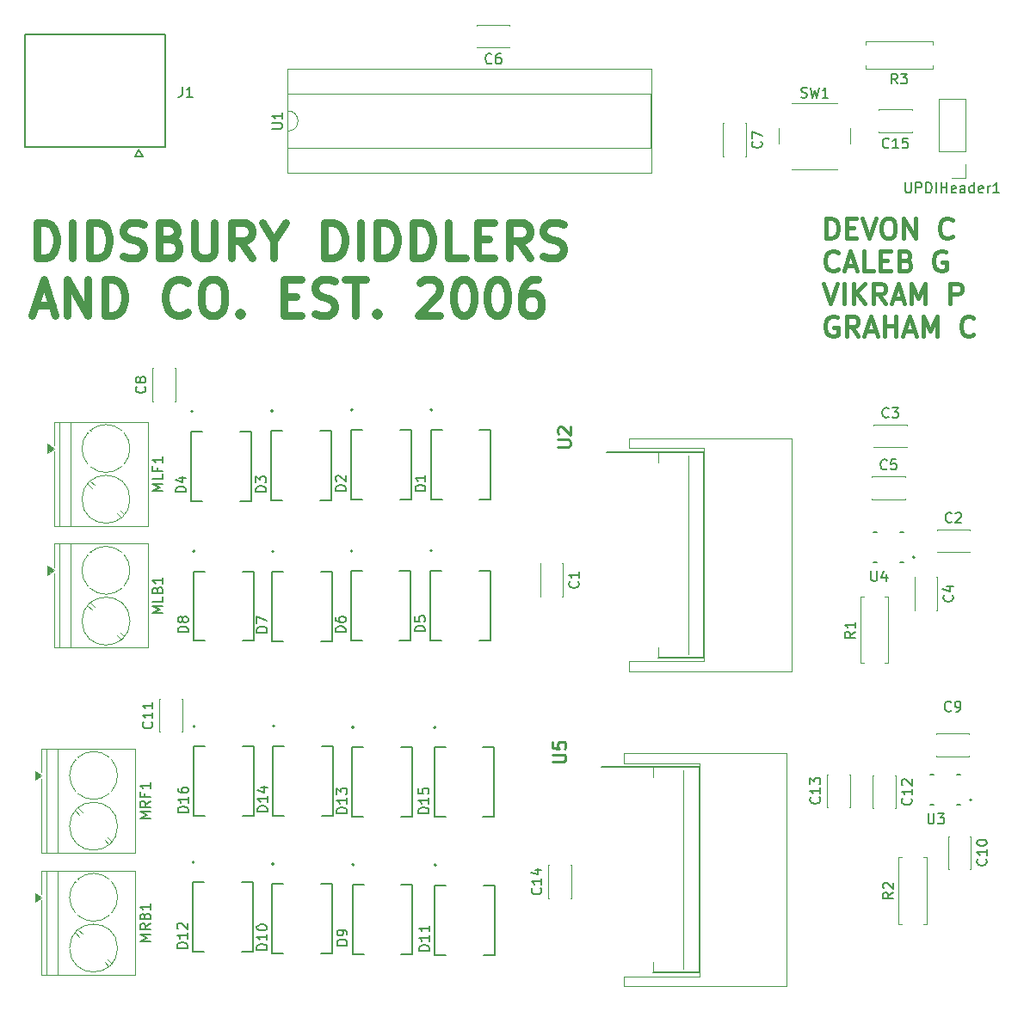
<source format=gbr>
%TF.GenerationSoftware,KiCad,Pcbnew,9.0.0*%
%TF.CreationDate,2025-03-14T18:44:21-06:00*%
%TF.ProjectId,MotorControllerBoardV2,4d6f746f-7243-46f6-9e74-726f6c6c6572,rev?*%
%TF.SameCoordinates,Original*%
%TF.FileFunction,Legend,Top*%
%TF.FilePolarity,Positive*%
%FSLAX46Y46*%
G04 Gerber Fmt 4.6, Leading zero omitted, Abs format (unit mm)*
G04 Created by KiCad (PCBNEW 9.0.0) date 2025-03-14 18:44:21*
%MOMM*%
%LPD*%
G01*
G04 APERTURE LIST*
%ADD10C,0.400000*%
%ADD11C,0.800000*%
%ADD12C,0.150000*%
%ADD13C,0.254000*%
%ADD14C,0.120000*%
%ADD15C,0.200000*%
%ADD16C,0.127000*%
%ADD17C,0.100000*%
G04 APERTURE END LIST*
D10*
X182039347Y-65374774D02*
X182039347Y-63374774D01*
X182039347Y-63374774D02*
X182515537Y-63374774D01*
X182515537Y-63374774D02*
X182801252Y-63470012D01*
X182801252Y-63470012D02*
X182991728Y-63660488D01*
X182991728Y-63660488D02*
X183086966Y-63850964D01*
X183086966Y-63850964D02*
X183182204Y-64231916D01*
X183182204Y-64231916D02*
X183182204Y-64517631D01*
X183182204Y-64517631D02*
X183086966Y-64898583D01*
X183086966Y-64898583D02*
X182991728Y-65089059D01*
X182991728Y-65089059D02*
X182801252Y-65279536D01*
X182801252Y-65279536D02*
X182515537Y-65374774D01*
X182515537Y-65374774D02*
X182039347Y-65374774D01*
X184039347Y-64327155D02*
X184706014Y-64327155D01*
X184991728Y-65374774D02*
X184039347Y-65374774D01*
X184039347Y-65374774D02*
X184039347Y-63374774D01*
X184039347Y-63374774D02*
X184991728Y-63374774D01*
X185563157Y-63374774D02*
X186229823Y-65374774D01*
X186229823Y-65374774D02*
X186896490Y-63374774D01*
X187944109Y-63374774D02*
X188325062Y-63374774D01*
X188325062Y-63374774D02*
X188515538Y-63470012D01*
X188515538Y-63470012D02*
X188706014Y-63660488D01*
X188706014Y-63660488D02*
X188801252Y-64041440D01*
X188801252Y-64041440D02*
X188801252Y-64708107D01*
X188801252Y-64708107D02*
X188706014Y-65089059D01*
X188706014Y-65089059D02*
X188515538Y-65279536D01*
X188515538Y-65279536D02*
X188325062Y-65374774D01*
X188325062Y-65374774D02*
X187944109Y-65374774D01*
X187944109Y-65374774D02*
X187753633Y-65279536D01*
X187753633Y-65279536D02*
X187563157Y-65089059D01*
X187563157Y-65089059D02*
X187467919Y-64708107D01*
X187467919Y-64708107D02*
X187467919Y-64041440D01*
X187467919Y-64041440D02*
X187563157Y-63660488D01*
X187563157Y-63660488D02*
X187753633Y-63470012D01*
X187753633Y-63470012D02*
X187944109Y-63374774D01*
X189658395Y-65374774D02*
X189658395Y-63374774D01*
X189658395Y-63374774D02*
X190801252Y-65374774D01*
X190801252Y-65374774D02*
X190801252Y-63374774D01*
X194420300Y-65184297D02*
X194325062Y-65279536D01*
X194325062Y-65279536D02*
X194039348Y-65374774D01*
X194039348Y-65374774D02*
X193848872Y-65374774D01*
X193848872Y-65374774D02*
X193563157Y-65279536D01*
X193563157Y-65279536D02*
X193372681Y-65089059D01*
X193372681Y-65089059D02*
X193277443Y-64898583D01*
X193277443Y-64898583D02*
X193182205Y-64517631D01*
X193182205Y-64517631D02*
X193182205Y-64231916D01*
X193182205Y-64231916D02*
X193277443Y-63850964D01*
X193277443Y-63850964D02*
X193372681Y-63660488D01*
X193372681Y-63660488D02*
X193563157Y-63470012D01*
X193563157Y-63470012D02*
X193848872Y-63374774D01*
X193848872Y-63374774D02*
X194039348Y-63374774D01*
X194039348Y-63374774D02*
X194325062Y-63470012D01*
X194325062Y-63470012D02*
X194420300Y-63565250D01*
X183182204Y-68404185D02*
X183086966Y-68499424D01*
X183086966Y-68499424D02*
X182801252Y-68594662D01*
X182801252Y-68594662D02*
X182610776Y-68594662D01*
X182610776Y-68594662D02*
X182325061Y-68499424D01*
X182325061Y-68499424D02*
X182134585Y-68308947D01*
X182134585Y-68308947D02*
X182039347Y-68118471D01*
X182039347Y-68118471D02*
X181944109Y-67737519D01*
X181944109Y-67737519D02*
X181944109Y-67451804D01*
X181944109Y-67451804D02*
X182039347Y-67070852D01*
X182039347Y-67070852D02*
X182134585Y-66880376D01*
X182134585Y-66880376D02*
X182325061Y-66689900D01*
X182325061Y-66689900D02*
X182610776Y-66594662D01*
X182610776Y-66594662D02*
X182801252Y-66594662D01*
X182801252Y-66594662D02*
X183086966Y-66689900D01*
X183086966Y-66689900D02*
X183182204Y-66785138D01*
X183944109Y-68023233D02*
X184896490Y-68023233D01*
X183753633Y-68594662D02*
X184420299Y-66594662D01*
X184420299Y-66594662D02*
X185086966Y-68594662D01*
X186706014Y-68594662D02*
X185753633Y-68594662D01*
X185753633Y-68594662D02*
X185753633Y-66594662D01*
X187372681Y-67547043D02*
X188039348Y-67547043D01*
X188325062Y-68594662D02*
X187372681Y-68594662D01*
X187372681Y-68594662D02*
X187372681Y-66594662D01*
X187372681Y-66594662D02*
X188325062Y-66594662D01*
X189848872Y-67547043D02*
X190134586Y-67642281D01*
X190134586Y-67642281D02*
X190229824Y-67737519D01*
X190229824Y-67737519D02*
X190325062Y-67927995D01*
X190325062Y-67927995D02*
X190325062Y-68213709D01*
X190325062Y-68213709D02*
X190229824Y-68404185D01*
X190229824Y-68404185D02*
X190134586Y-68499424D01*
X190134586Y-68499424D02*
X189944110Y-68594662D01*
X189944110Y-68594662D02*
X189182205Y-68594662D01*
X189182205Y-68594662D02*
X189182205Y-66594662D01*
X189182205Y-66594662D02*
X189848872Y-66594662D01*
X189848872Y-66594662D02*
X190039348Y-66689900D01*
X190039348Y-66689900D02*
X190134586Y-66785138D01*
X190134586Y-66785138D02*
X190229824Y-66975614D01*
X190229824Y-66975614D02*
X190229824Y-67166090D01*
X190229824Y-67166090D02*
X190134586Y-67356566D01*
X190134586Y-67356566D02*
X190039348Y-67451804D01*
X190039348Y-67451804D02*
X189848872Y-67547043D01*
X189848872Y-67547043D02*
X189182205Y-67547043D01*
X193753634Y-66689900D02*
X193563158Y-66594662D01*
X193563158Y-66594662D02*
X193277444Y-66594662D01*
X193277444Y-66594662D02*
X192991729Y-66689900D01*
X192991729Y-66689900D02*
X192801253Y-66880376D01*
X192801253Y-66880376D02*
X192706015Y-67070852D01*
X192706015Y-67070852D02*
X192610777Y-67451804D01*
X192610777Y-67451804D02*
X192610777Y-67737519D01*
X192610777Y-67737519D02*
X192706015Y-68118471D01*
X192706015Y-68118471D02*
X192801253Y-68308947D01*
X192801253Y-68308947D02*
X192991729Y-68499424D01*
X192991729Y-68499424D02*
X193277444Y-68594662D01*
X193277444Y-68594662D02*
X193467920Y-68594662D01*
X193467920Y-68594662D02*
X193753634Y-68499424D01*
X193753634Y-68499424D02*
X193848872Y-68404185D01*
X193848872Y-68404185D02*
X193848872Y-67737519D01*
X193848872Y-67737519D02*
X193467920Y-67737519D01*
X181753633Y-69814550D02*
X182420299Y-71814550D01*
X182420299Y-71814550D02*
X183086966Y-69814550D01*
X183753633Y-71814550D02*
X183753633Y-69814550D01*
X184706014Y-71814550D02*
X184706014Y-69814550D01*
X185848871Y-71814550D02*
X184991728Y-70671692D01*
X185848871Y-69814550D02*
X184706014Y-70957407D01*
X187848871Y-71814550D02*
X187182204Y-70862169D01*
X186706014Y-71814550D02*
X186706014Y-69814550D01*
X186706014Y-69814550D02*
X187467919Y-69814550D01*
X187467919Y-69814550D02*
X187658395Y-69909788D01*
X187658395Y-69909788D02*
X187753633Y-70005026D01*
X187753633Y-70005026D02*
X187848871Y-70195502D01*
X187848871Y-70195502D02*
X187848871Y-70481216D01*
X187848871Y-70481216D02*
X187753633Y-70671692D01*
X187753633Y-70671692D02*
X187658395Y-70766931D01*
X187658395Y-70766931D02*
X187467919Y-70862169D01*
X187467919Y-70862169D02*
X186706014Y-70862169D01*
X188610776Y-71243121D02*
X189563157Y-71243121D01*
X188420300Y-71814550D02*
X189086966Y-69814550D01*
X189086966Y-69814550D02*
X189753633Y-71814550D01*
X190420300Y-71814550D02*
X190420300Y-69814550D01*
X190420300Y-69814550D02*
X191086967Y-71243121D01*
X191086967Y-71243121D02*
X191753633Y-69814550D01*
X191753633Y-69814550D02*
X191753633Y-71814550D01*
X194229824Y-71814550D02*
X194229824Y-69814550D01*
X194229824Y-69814550D02*
X194991729Y-69814550D01*
X194991729Y-69814550D02*
X195182205Y-69909788D01*
X195182205Y-69909788D02*
X195277443Y-70005026D01*
X195277443Y-70005026D02*
X195372681Y-70195502D01*
X195372681Y-70195502D02*
X195372681Y-70481216D01*
X195372681Y-70481216D02*
X195277443Y-70671692D01*
X195277443Y-70671692D02*
X195182205Y-70766931D01*
X195182205Y-70766931D02*
X194991729Y-70862169D01*
X194991729Y-70862169D02*
X194229824Y-70862169D01*
X183086966Y-73129676D02*
X182896490Y-73034438D01*
X182896490Y-73034438D02*
X182610776Y-73034438D01*
X182610776Y-73034438D02*
X182325061Y-73129676D01*
X182325061Y-73129676D02*
X182134585Y-73320152D01*
X182134585Y-73320152D02*
X182039347Y-73510628D01*
X182039347Y-73510628D02*
X181944109Y-73891580D01*
X181944109Y-73891580D02*
X181944109Y-74177295D01*
X181944109Y-74177295D02*
X182039347Y-74558247D01*
X182039347Y-74558247D02*
X182134585Y-74748723D01*
X182134585Y-74748723D02*
X182325061Y-74939200D01*
X182325061Y-74939200D02*
X182610776Y-75034438D01*
X182610776Y-75034438D02*
X182801252Y-75034438D01*
X182801252Y-75034438D02*
X183086966Y-74939200D01*
X183086966Y-74939200D02*
X183182204Y-74843961D01*
X183182204Y-74843961D02*
X183182204Y-74177295D01*
X183182204Y-74177295D02*
X182801252Y-74177295D01*
X185182204Y-75034438D02*
X184515537Y-74082057D01*
X184039347Y-75034438D02*
X184039347Y-73034438D01*
X184039347Y-73034438D02*
X184801252Y-73034438D01*
X184801252Y-73034438D02*
X184991728Y-73129676D01*
X184991728Y-73129676D02*
X185086966Y-73224914D01*
X185086966Y-73224914D02*
X185182204Y-73415390D01*
X185182204Y-73415390D02*
X185182204Y-73701104D01*
X185182204Y-73701104D02*
X185086966Y-73891580D01*
X185086966Y-73891580D02*
X184991728Y-73986819D01*
X184991728Y-73986819D02*
X184801252Y-74082057D01*
X184801252Y-74082057D02*
X184039347Y-74082057D01*
X185944109Y-74463009D02*
X186896490Y-74463009D01*
X185753633Y-75034438D02*
X186420299Y-73034438D01*
X186420299Y-73034438D02*
X187086966Y-75034438D01*
X187753633Y-75034438D02*
X187753633Y-73034438D01*
X187753633Y-73986819D02*
X188896490Y-73986819D01*
X188896490Y-75034438D02*
X188896490Y-73034438D01*
X189753633Y-74463009D02*
X190706014Y-74463009D01*
X189563157Y-75034438D02*
X190229823Y-73034438D01*
X190229823Y-73034438D02*
X190896490Y-75034438D01*
X191563157Y-75034438D02*
X191563157Y-73034438D01*
X191563157Y-73034438D02*
X192229824Y-74463009D01*
X192229824Y-74463009D02*
X192896490Y-73034438D01*
X192896490Y-73034438D02*
X192896490Y-75034438D01*
X196515538Y-74843961D02*
X196420300Y-74939200D01*
X196420300Y-74939200D02*
X196134586Y-75034438D01*
X196134586Y-75034438D02*
X195944110Y-75034438D01*
X195944110Y-75034438D02*
X195658395Y-74939200D01*
X195658395Y-74939200D02*
X195467919Y-74748723D01*
X195467919Y-74748723D02*
X195372681Y-74558247D01*
X195372681Y-74558247D02*
X195277443Y-74177295D01*
X195277443Y-74177295D02*
X195277443Y-73891580D01*
X195277443Y-73891580D02*
X195372681Y-73510628D01*
X195372681Y-73510628D02*
X195467919Y-73320152D01*
X195467919Y-73320152D02*
X195658395Y-73129676D01*
X195658395Y-73129676D02*
X195944110Y-73034438D01*
X195944110Y-73034438D02*
X196134586Y-73034438D01*
X196134586Y-73034438D02*
X196420300Y-73129676D01*
X196420300Y-73129676D02*
X196515538Y-73224914D01*
D11*
X104359648Y-67295263D02*
X104359648Y-63795263D01*
X104359648Y-63795263D02*
X105192981Y-63795263D01*
X105192981Y-63795263D02*
X105692981Y-63961930D01*
X105692981Y-63961930D02*
X106026315Y-64295263D01*
X106026315Y-64295263D02*
X106192981Y-64628597D01*
X106192981Y-64628597D02*
X106359648Y-65295263D01*
X106359648Y-65295263D02*
X106359648Y-65795263D01*
X106359648Y-65795263D02*
X106192981Y-66461930D01*
X106192981Y-66461930D02*
X106026315Y-66795263D01*
X106026315Y-66795263D02*
X105692981Y-67128597D01*
X105692981Y-67128597D02*
X105192981Y-67295263D01*
X105192981Y-67295263D02*
X104359648Y-67295263D01*
X107859648Y-67295263D02*
X107859648Y-63795263D01*
X109526315Y-67295263D02*
X109526315Y-63795263D01*
X109526315Y-63795263D02*
X110359648Y-63795263D01*
X110359648Y-63795263D02*
X110859648Y-63961930D01*
X110859648Y-63961930D02*
X111192982Y-64295263D01*
X111192982Y-64295263D02*
X111359648Y-64628597D01*
X111359648Y-64628597D02*
X111526315Y-65295263D01*
X111526315Y-65295263D02*
X111526315Y-65795263D01*
X111526315Y-65795263D02*
X111359648Y-66461930D01*
X111359648Y-66461930D02*
X111192982Y-66795263D01*
X111192982Y-66795263D02*
X110859648Y-67128597D01*
X110859648Y-67128597D02*
X110359648Y-67295263D01*
X110359648Y-67295263D02*
X109526315Y-67295263D01*
X112859648Y-67128597D02*
X113359648Y-67295263D01*
X113359648Y-67295263D02*
X114192982Y-67295263D01*
X114192982Y-67295263D02*
X114526315Y-67128597D01*
X114526315Y-67128597D02*
X114692982Y-66961930D01*
X114692982Y-66961930D02*
X114859648Y-66628597D01*
X114859648Y-66628597D02*
X114859648Y-66295263D01*
X114859648Y-66295263D02*
X114692982Y-65961930D01*
X114692982Y-65961930D02*
X114526315Y-65795263D01*
X114526315Y-65795263D02*
X114192982Y-65628597D01*
X114192982Y-65628597D02*
X113526315Y-65461930D01*
X113526315Y-65461930D02*
X113192982Y-65295263D01*
X113192982Y-65295263D02*
X113026315Y-65128597D01*
X113026315Y-65128597D02*
X112859648Y-64795263D01*
X112859648Y-64795263D02*
X112859648Y-64461930D01*
X112859648Y-64461930D02*
X113026315Y-64128597D01*
X113026315Y-64128597D02*
X113192982Y-63961930D01*
X113192982Y-63961930D02*
X113526315Y-63795263D01*
X113526315Y-63795263D02*
X114359648Y-63795263D01*
X114359648Y-63795263D02*
X114859648Y-63961930D01*
X117526315Y-65461930D02*
X118026315Y-65628597D01*
X118026315Y-65628597D02*
X118192981Y-65795263D01*
X118192981Y-65795263D02*
X118359648Y-66128597D01*
X118359648Y-66128597D02*
X118359648Y-66628597D01*
X118359648Y-66628597D02*
X118192981Y-66961930D01*
X118192981Y-66961930D02*
X118026315Y-67128597D01*
X118026315Y-67128597D02*
X117692981Y-67295263D01*
X117692981Y-67295263D02*
X116359648Y-67295263D01*
X116359648Y-67295263D02*
X116359648Y-63795263D01*
X116359648Y-63795263D02*
X117526315Y-63795263D01*
X117526315Y-63795263D02*
X117859648Y-63961930D01*
X117859648Y-63961930D02*
X118026315Y-64128597D01*
X118026315Y-64128597D02*
X118192981Y-64461930D01*
X118192981Y-64461930D02*
X118192981Y-64795263D01*
X118192981Y-64795263D02*
X118026315Y-65128597D01*
X118026315Y-65128597D02*
X117859648Y-65295263D01*
X117859648Y-65295263D02*
X117526315Y-65461930D01*
X117526315Y-65461930D02*
X116359648Y-65461930D01*
X119859648Y-63795263D02*
X119859648Y-66628597D01*
X119859648Y-66628597D02*
X120026315Y-66961930D01*
X120026315Y-66961930D02*
X120192981Y-67128597D01*
X120192981Y-67128597D02*
X120526315Y-67295263D01*
X120526315Y-67295263D02*
X121192981Y-67295263D01*
X121192981Y-67295263D02*
X121526315Y-67128597D01*
X121526315Y-67128597D02*
X121692981Y-66961930D01*
X121692981Y-66961930D02*
X121859648Y-66628597D01*
X121859648Y-66628597D02*
X121859648Y-63795263D01*
X125526315Y-67295263D02*
X124359648Y-65628597D01*
X123526315Y-67295263D02*
X123526315Y-63795263D01*
X123526315Y-63795263D02*
X124859648Y-63795263D01*
X124859648Y-63795263D02*
X125192982Y-63961930D01*
X125192982Y-63961930D02*
X125359648Y-64128597D01*
X125359648Y-64128597D02*
X125526315Y-64461930D01*
X125526315Y-64461930D02*
X125526315Y-64961930D01*
X125526315Y-64961930D02*
X125359648Y-65295263D01*
X125359648Y-65295263D02*
X125192982Y-65461930D01*
X125192982Y-65461930D02*
X124859648Y-65628597D01*
X124859648Y-65628597D02*
X123526315Y-65628597D01*
X127692982Y-65628597D02*
X127692982Y-67295263D01*
X126526315Y-63795263D02*
X127692982Y-65628597D01*
X127692982Y-65628597D02*
X128859648Y-63795263D01*
X132692982Y-67295263D02*
X132692982Y-63795263D01*
X132692982Y-63795263D02*
X133526315Y-63795263D01*
X133526315Y-63795263D02*
X134026315Y-63961930D01*
X134026315Y-63961930D02*
X134359649Y-64295263D01*
X134359649Y-64295263D02*
X134526315Y-64628597D01*
X134526315Y-64628597D02*
X134692982Y-65295263D01*
X134692982Y-65295263D02*
X134692982Y-65795263D01*
X134692982Y-65795263D02*
X134526315Y-66461930D01*
X134526315Y-66461930D02*
X134359649Y-66795263D01*
X134359649Y-66795263D02*
X134026315Y-67128597D01*
X134026315Y-67128597D02*
X133526315Y-67295263D01*
X133526315Y-67295263D02*
X132692982Y-67295263D01*
X136192982Y-67295263D02*
X136192982Y-63795263D01*
X137859649Y-67295263D02*
X137859649Y-63795263D01*
X137859649Y-63795263D02*
X138692982Y-63795263D01*
X138692982Y-63795263D02*
X139192982Y-63961930D01*
X139192982Y-63961930D02*
X139526316Y-64295263D01*
X139526316Y-64295263D02*
X139692982Y-64628597D01*
X139692982Y-64628597D02*
X139859649Y-65295263D01*
X139859649Y-65295263D02*
X139859649Y-65795263D01*
X139859649Y-65795263D02*
X139692982Y-66461930D01*
X139692982Y-66461930D02*
X139526316Y-66795263D01*
X139526316Y-66795263D02*
X139192982Y-67128597D01*
X139192982Y-67128597D02*
X138692982Y-67295263D01*
X138692982Y-67295263D02*
X137859649Y-67295263D01*
X141359649Y-67295263D02*
X141359649Y-63795263D01*
X141359649Y-63795263D02*
X142192982Y-63795263D01*
X142192982Y-63795263D02*
X142692982Y-63961930D01*
X142692982Y-63961930D02*
X143026316Y-64295263D01*
X143026316Y-64295263D02*
X143192982Y-64628597D01*
X143192982Y-64628597D02*
X143359649Y-65295263D01*
X143359649Y-65295263D02*
X143359649Y-65795263D01*
X143359649Y-65795263D02*
X143192982Y-66461930D01*
X143192982Y-66461930D02*
X143026316Y-66795263D01*
X143026316Y-66795263D02*
X142692982Y-67128597D01*
X142692982Y-67128597D02*
X142192982Y-67295263D01*
X142192982Y-67295263D02*
X141359649Y-67295263D01*
X146526316Y-67295263D02*
X144859649Y-67295263D01*
X144859649Y-67295263D02*
X144859649Y-63795263D01*
X147692982Y-65461930D02*
X148859649Y-65461930D01*
X149359649Y-67295263D02*
X147692982Y-67295263D01*
X147692982Y-67295263D02*
X147692982Y-63795263D01*
X147692982Y-63795263D02*
X149359649Y-63795263D01*
X152859649Y-67295263D02*
X151692982Y-65628597D01*
X150859649Y-67295263D02*
X150859649Y-63795263D01*
X150859649Y-63795263D02*
X152192982Y-63795263D01*
X152192982Y-63795263D02*
X152526316Y-63961930D01*
X152526316Y-63961930D02*
X152692982Y-64128597D01*
X152692982Y-64128597D02*
X152859649Y-64461930D01*
X152859649Y-64461930D02*
X152859649Y-64961930D01*
X152859649Y-64961930D02*
X152692982Y-65295263D01*
X152692982Y-65295263D02*
X152526316Y-65461930D01*
X152526316Y-65461930D02*
X152192982Y-65628597D01*
X152192982Y-65628597D02*
X150859649Y-65628597D01*
X154192982Y-67128597D02*
X154692982Y-67295263D01*
X154692982Y-67295263D02*
X155526316Y-67295263D01*
X155526316Y-67295263D02*
X155859649Y-67128597D01*
X155859649Y-67128597D02*
X156026316Y-66961930D01*
X156026316Y-66961930D02*
X156192982Y-66628597D01*
X156192982Y-66628597D02*
X156192982Y-66295263D01*
X156192982Y-66295263D02*
X156026316Y-65961930D01*
X156026316Y-65961930D02*
X155859649Y-65795263D01*
X155859649Y-65795263D02*
X155526316Y-65628597D01*
X155526316Y-65628597D02*
X154859649Y-65461930D01*
X154859649Y-65461930D02*
X154526316Y-65295263D01*
X154526316Y-65295263D02*
X154359649Y-65128597D01*
X154359649Y-65128597D02*
X154192982Y-64795263D01*
X154192982Y-64795263D02*
X154192982Y-64461930D01*
X154192982Y-64461930D02*
X154359649Y-64128597D01*
X154359649Y-64128597D02*
X154526316Y-63961930D01*
X154526316Y-63961930D02*
X154859649Y-63795263D01*
X154859649Y-63795263D02*
X155692982Y-63795263D01*
X155692982Y-63795263D02*
X156192982Y-63961930D01*
X104192981Y-71930067D02*
X105859648Y-71930067D01*
X103859648Y-72930067D02*
X105026315Y-69430067D01*
X105026315Y-69430067D02*
X106192981Y-72930067D01*
X107359648Y-72930067D02*
X107359648Y-69430067D01*
X107359648Y-69430067D02*
X109359648Y-72930067D01*
X109359648Y-72930067D02*
X109359648Y-69430067D01*
X111026315Y-72930067D02*
X111026315Y-69430067D01*
X111026315Y-69430067D02*
X111859648Y-69430067D01*
X111859648Y-69430067D02*
X112359648Y-69596734D01*
X112359648Y-69596734D02*
X112692982Y-69930067D01*
X112692982Y-69930067D02*
X112859648Y-70263401D01*
X112859648Y-70263401D02*
X113026315Y-70930067D01*
X113026315Y-70930067D02*
X113026315Y-71430067D01*
X113026315Y-71430067D02*
X112859648Y-72096734D01*
X112859648Y-72096734D02*
X112692982Y-72430067D01*
X112692982Y-72430067D02*
X112359648Y-72763401D01*
X112359648Y-72763401D02*
X111859648Y-72930067D01*
X111859648Y-72930067D02*
X111026315Y-72930067D01*
X119192982Y-72596734D02*
X119026315Y-72763401D01*
X119026315Y-72763401D02*
X118526315Y-72930067D01*
X118526315Y-72930067D02*
X118192982Y-72930067D01*
X118192982Y-72930067D02*
X117692982Y-72763401D01*
X117692982Y-72763401D02*
X117359649Y-72430067D01*
X117359649Y-72430067D02*
X117192982Y-72096734D01*
X117192982Y-72096734D02*
X117026315Y-71430067D01*
X117026315Y-71430067D02*
X117026315Y-70930067D01*
X117026315Y-70930067D02*
X117192982Y-70263401D01*
X117192982Y-70263401D02*
X117359649Y-69930067D01*
X117359649Y-69930067D02*
X117692982Y-69596734D01*
X117692982Y-69596734D02*
X118192982Y-69430067D01*
X118192982Y-69430067D02*
X118526315Y-69430067D01*
X118526315Y-69430067D02*
X119026315Y-69596734D01*
X119026315Y-69596734D02*
X119192982Y-69763401D01*
X121359649Y-69430067D02*
X122026315Y-69430067D01*
X122026315Y-69430067D02*
X122359649Y-69596734D01*
X122359649Y-69596734D02*
X122692982Y-69930067D01*
X122692982Y-69930067D02*
X122859649Y-70596734D01*
X122859649Y-70596734D02*
X122859649Y-71763401D01*
X122859649Y-71763401D02*
X122692982Y-72430067D01*
X122692982Y-72430067D02*
X122359649Y-72763401D01*
X122359649Y-72763401D02*
X122026315Y-72930067D01*
X122026315Y-72930067D02*
X121359649Y-72930067D01*
X121359649Y-72930067D02*
X121026315Y-72763401D01*
X121026315Y-72763401D02*
X120692982Y-72430067D01*
X120692982Y-72430067D02*
X120526315Y-71763401D01*
X120526315Y-71763401D02*
X120526315Y-70596734D01*
X120526315Y-70596734D02*
X120692982Y-69930067D01*
X120692982Y-69930067D02*
X121026315Y-69596734D01*
X121026315Y-69596734D02*
X121359649Y-69430067D01*
X124359649Y-72596734D02*
X124526316Y-72763401D01*
X124526316Y-72763401D02*
X124359649Y-72930067D01*
X124359649Y-72930067D02*
X124192982Y-72763401D01*
X124192982Y-72763401D02*
X124359649Y-72596734D01*
X124359649Y-72596734D02*
X124359649Y-72930067D01*
X128692983Y-71096734D02*
X129859650Y-71096734D01*
X130359650Y-72930067D02*
X128692983Y-72930067D01*
X128692983Y-72930067D02*
X128692983Y-69430067D01*
X128692983Y-69430067D02*
X130359650Y-69430067D01*
X131692983Y-72763401D02*
X132192983Y-72930067D01*
X132192983Y-72930067D02*
X133026317Y-72930067D01*
X133026317Y-72930067D02*
X133359650Y-72763401D01*
X133359650Y-72763401D02*
X133526317Y-72596734D01*
X133526317Y-72596734D02*
X133692983Y-72263401D01*
X133692983Y-72263401D02*
X133692983Y-71930067D01*
X133692983Y-71930067D02*
X133526317Y-71596734D01*
X133526317Y-71596734D02*
X133359650Y-71430067D01*
X133359650Y-71430067D02*
X133026317Y-71263401D01*
X133026317Y-71263401D02*
X132359650Y-71096734D01*
X132359650Y-71096734D02*
X132026317Y-70930067D01*
X132026317Y-70930067D02*
X131859650Y-70763401D01*
X131859650Y-70763401D02*
X131692983Y-70430067D01*
X131692983Y-70430067D02*
X131692983Y-70096734D01*
X131692983Y-70096734D02*
X131859650Y-69763401D01*
X131859650Y-69763401D02*
X132026317Y-69596734D01*
X132026317Y-69596734D02*
X132359650Y-69430067D01*
X132359650Y-69430067D02*
X133192983Y-69430067D01*
X133192983Y-69430067D02*
X133692983Y-69596734D01*
X134692983Y-69430067D02*
X136692983Y-69430067D01*
X135692983Y-72930067D02*
X135692983Y-69430067D01*
X137859650Y-72596734D02*
X138026317Y-72763401D01*
X138026317Y-72763401D02*
X137859650Y-72930067D01*
X137859650Y-72930067D02*
X137692983Y-72763401D01*
X137692983Y-72763401D02*
X137859650Y-72596734D01*
X137859650Y-72596734D02*
X137859650Y-72930067D01*
X142026317Y-69763401D02*
X142192984Y-69596734D01*
X142192984Y-69596734D02*
X142526317Y-69430067D01*
X142526317Y-69430067D02*
X143359651Y-69430067D01*
X143359651Y-69430067D02*
X143692984Y-69596734D01*
X143692984Y-69596734D02*
X143859651Y-69763401D01*
X143859651Y-69763401D02*
X144026317Y-70096734D01*
X144026317Y-70096734D02*
X144026317Y-70430067D01*
X144026317Y-70430067D02*
X143859651Y-70930067D01*
X143859651Y-70930067D02*
X141859651Y-72930067D01*
X141859651Y-72930067D02*
X144026317Y-72930067D01*
X146192984Y-69430067D02*
X146526317Y-69430067D01*
X146526317Y-69430067D02*
X146859650Y-69596734D01*
X146859650Y-69596734D02*
X147026317Y-69763401D01*
X147026317Y-69763401D02*
X147192984Y-70096734D01*
X147192984Y-70096734D02*
X147359650Y-70763401D01*
X147359650Y-70763401D02*
X147359650Y-71596734D01*
X147359650Y-71596734D02*
X147192984Y-72263401D01*
X147192984Y-72263401D02*
X147026317Y-72596734D01*
X147026317Y-72596734D02*
X146859650Y-72763401D01*
X146859650Y-72763401D02*
X146526317Y-72930067D01*
X146526317Y-72930067D02*
X146192984Y-72930067D01*
X146192984Y-72930067D02*
X145859650Y-72763401D01*
X145859650Y-72763401D02*
X145692984Y-72596734D01*
X145692984Y-72596734D02*
X145526317Y-72263401D01*
X145526317Y-72263401D02*
X145359650Y-71596734D01*
X145359650Y-71596734D02*
X145359650Y-70763401D01*
X145359650Y-70763401D02*
X145526317Y-70096734D01*
X145526317Y-70096734D02*
X145692984Y-69763401D01*
X145692984Y-69763401D02*
X145859650Y-69596734D01*
X145859650Y-69596734D02*
X146192984Y-69430067D01*
X149526317Y-69430067D02*
X149859650Y-69430067D01*
X149859650Y-69430067D02*
X150192983Y-69596734D01*
X150192983Y-69596734D02*
X150359650Y-69763401D01*
X150359650Y-69763401D02*
X150526317Y-70096734D01*
X150526317Y-70096734D02*
X150692983Y-70763401D01*
X150692983Y-70763401D02*
X150692983Y-71596734D01*
X150692983Y-71596734D02*
X150526317Y-72263401D01*
X150526317Y-72263401D02*
X150359650Y-72596734D01*
X150359650Y-72596734D02*
X150192983Y-72763401D01*
X150192983Y-72763401D02*
X149859650Y-72930067D01*
X149859650Y-72930067D02*
X149526317Y-72930067D01*
X149526317Y-72930067D02*
X149192983Y-72763401D01*
X149192983Y-72763401D02*
X149026317Y-72596734D01*
X149026317Y-72596734D02*
X148859650Y-72263401D01*
X148859650Y-72263401D02*
X148692983Y-71596734D01*
X148692983Y-71596734D02*
X148692983Y-70763401D01*
X148692983Y-70763401D02*
X148859650Y-70096734D01*
X148859650Y-70096734D02*
X149026317Y-69763401D01*
X149026317Y-69763401D02*
X149192983Y-69596734D01*
X149192983Y-69596734D02*
X149526317Y-69430067D01*
X153692983Y-69430067D02*
X153026316Y-69430067D01*
X153026316Y-69430067D02*
X152692983Y-69596734D01*
X152692983Y-69596734D02*
X152526316Y-69763401D01*
X152526316Y-69763401D02*
X152192983Y-70263401D01*
X152192983Y-70263401D02*
X152026316Y-70930067D01*
X152026316Y-70930067D02*
X152026316Y-72263401D01*
X152026316Y-72263401D02*
X152192983Y-72596734D01*
X152192983Y-72596734D02*
X152359650Y-72763401D01*
X152359650Y-72763401D02*
X152692983Y-72930067D01*
X152692983Y-72930067D02*
X153359650Y-72930067D01*
X153359650Y-72930067D02*
X153692983Y-72763401D01*
X153692983Y-72763401D02*
X153859650Y-72596734D01*
X153859650Y-72596734D02*
X154026316Y-72263401D01*
X154026316Y-72263401D02*
X154026316Y-71430067D01*
X154026316Y-71430067D02*
X153859650Y-71096734D01*
X153859650Y-71096734D02*
X153692983Y-70930067D01*
X153692983Y-70930067D02*
X153359650Y-70763401D01*
X153359650Y-70763401D02*
X152692983Y-70763401D01*
X152692983Y-70763401D02*
X152359650Y-70930067D01*
X152359650Y-70930067D02*
X152192983Y-71096734D01*
X152192983Y-71096734D02*
X152026316Y-71430067D01*
D12*
X197749580Y-126502857D02*
X197797200Y-126550476D01*
X197797200Y-126550476D02*
X197844819Y-126693333D01*
X197844819Y-126693333D02*
X197844819Y-126788571D01*
X197844819Y-126788571D02*
X197797200Y-126931428D01*
X197797200Y-126931428D02*
X197701961Y-127026666D01*
X197701961Y-127026666D02*
X197606723Y-127074285D01*
X197606723Y-127074285D02*
X197416247Y-127121904D01*
X197416247Y-127121904D02*
X197273390Y-127121904D01*
X197273390Y-127121904D02*
X197082914Y-127074285D01*
X197082914Y-127074285D02*
X196987676Y-127026666D01*
X196987676Y-127026666D02*
X196892438Y-126931428D01*
X196892438Y-126931428D02*
X196844819Y-126788571D01*
X196844819Y-126788571D02*
X196844819Y-126693333D01*
X196844819Y-126693333D02*
X196892438Y-126550476D01*
X196892438Y-126550476D02*
X196940057Y-126502857D01*
X197844819Y-125550476D02*
X197844819Y-126121904D01*
X197844819Y-125836190D02*
X196844819Y-125836190D01*
X196844819Y-125836190D02*
X196987676Y-125931428D01*
X196987676Y-125931428D02*
X197082914Y-126026666D01*
X197082914Y-126026666D02*
X197130533Y-126121904D01*
X196844819Y-124931428D02*
X196844819Y-124836190D01*
X196844819Y-124836190D02*
X196892438Y-124740952D01*
X196892438Y-124740952D02*
X196940057Y-124693333D01*
X196940057Y-124693333D02*
X197035295Y-124645714D01*
X197035295Y-124645714D02*
X197225771Y-124598095D01*
X197225771Y-124598095D02*
X197463866Y-124598095D01*
X197463866Y-124598095D02*
X197654342Y-124645714D01*
X197654342Y-124645714D02*
X197749580Y-124693333D01*
X197749580Y-124693333D02*
X197797200Y-124740952D01*
X197797200Y-124740952D02*
X197844819Y-124836190D01*
X197844819Y-124836190D02*
X197844819Y-124931428D01*
X197844819Y-124931428D02*
X197797200Y-125026666D01*
X197797200Y-125026666D02*
X197749580Y-125074285D01*
X197749580Y-125074285D02*
X197654342Y-125121904D01*
X197654342Y-125121904D02*
X197463866Y-125169523D01*
X197463866Y-125169523D02*
X197225771Y-125169523D01*
X197225771Y-125169523D02*
X197035295Y-125121904D01*
X197035295Y-125121904D02*
X196940057Y-125074285D01*
X196940057Y-125074285D02*
X196892438Y-125026666D01*
X196892438Y-125026666D02*
X196844819Y-124931428D01*
X194313333Y-111859580D02*
X194265714Y-111907200D01*
X194265714Y-111907200D02*
X194122857Y-111954819D01*
X194122857Y-111954819D02*
X194027619Y-111954819D01*
X194027619Y-111954819D02*
X193884762Y-111907200D01*
X193884762Y-111907200D02*
X193789524Y-111811961D01*
X193789524Y-111811961D02*
X193741905Y-111716723D01*
X193741905Y-111716723D02*
X193694286Y-111526247D01*
X193694286Y-111526247D02*
X193694286Y-111383390D01*
X193694286Y-111383390D02*
X193741905Y-111192914D01*
X193741905Y-111192914D02*
X193789524Y-111097676D01*
X193789524Y-111097676D02*
X193884762Y-111002438D01*
X193884762Y-111002438D02*
X194027619Y-110954819D01*
X194027619Y-110954819D02*
X194122857Y-110954819D01*
X194122857Y-110954819D02*
X194265714Y-111002438D01*
X194265714Y-111002438D02*
X194313333Y-111050057D01*
X194789524Y-111954819D02*
X194980000Y-111954819D01*
X194980000Y-111954819D02*
X195075238Y-111907200D01*
X195075238Y-111907200D02*
X195122857Y-111859580D01*
X195122857Y-111859580D02*
X195218095Y-111716723D01*
X195218095Y-111716723D02*
X195265714Y-111526247D01*
X195265714Y-111526247D02*
X195265714Y-111145295D01*
X195265714Y-111145295D02*
X195218095Y-111050057D01*
X195218095Y-111050057D02*
X195170476Y-111002438D01*
X195170476Y-111002438D02*
X195075238Y-110954819D01*
X195075238Y-110954819D02*
X194884762Y-110954819D01*
X194884762Y-110954819D02*
X194789524Y-111002438D01*
X194789524Y-111002438D02*
X194741905Y-111050057D01*
X194741905Y-111050057D02*
X194694286Y-111145295D01*
X194694286Y-111145295D02*
X194694286Y-111383390D01*
X194694286Y-111383390D02*
X194741905Y-111478628D01*
X194741905Y-111478628D02*
X194789524Y-111526247D01*
X194789524Y-111526247D02*
X194884762Y-111573866D01*
X194884762Y-111573866D02*
X195075238Y-111573866D01*
X195075238Y-111573866D02*
X195170476Y-111526247D01*
X195170476Y-111526247D02*
X195218095Y-111478628D01*
X195218095Y-111478628D02*
X195265714Y-111383390D01*
X186455595Y-98119819D02*
X186455595Y-98929342D01*
X186455595Y-98929342D02*
X186503214Y-99024580D01*
X186503214Y-99024580D02*
X186550833Y-99072200D01*
X186550833Y-99072200D02*
X186646071Y-99119819D01*
X186646071Y-99119819D02*
X186836547Y-99119819D01*
X186836547Y-99119819D02*
X186931785Y-99072200D01*
X186931785Y-99072200D02*
X186979404Y-99024580D01*
X186979404Y-99024580D02*
X187027023Y-98929342D01*
X187027023Y-98929342D02*
X187027023Y-98119819D01*
X187931785Y-98453152D02*
X187931785Y-99119819D01*
X187693690Y-98072200D02*
X187455595Y-98786485D01*
X187455595Y-98786485D02*
X188074642Y-98786485D01*
X192053095Y-122009819D02*
X192053095Y-122819342D01*
X192053095Y-122819342D02*
X192100714Y-122914580D01*
X192100714Y-122914580D02*
X192148333Y-122962200D01*
X192148333Y-122962200D02*
X192243571Y-123009819D01*
X192243571Y-123009819D02*
X192434047Y-123009819D01*
X192434047Y-123009819D02*
X192529285Y-122962200D01*
X192529285Y-122962200D02*
X192576904Y-122914580D01*
X192576904Y-122914580D02*
X192624523Y-122819342D01*
X192624523Y-122819342D02*
X192624523Y-122009819D01*
X193005476Y-122009819D02*
X193624523Y-122009819D01*
X193624523Y-122009819D02*
X193291190Y-122390771D01*
X193291190Y-122390771D02*
X193434047Y-122390771D01*
X193434047Y-122390771D02*
X193529285Y-122438390D01*
X193529285Y-122438390D02*
X193576904Y-122486009D01*
X193576904Y-122486009D02*
X193624523Y-122581247D01*
X193624523Y-122581247D02*
X193624523Y-122819342D01*
X193624523Y-122819342D02*
X193576904Y-122914580D01*
X193576904Y-122914580D02*
X193529285Y-122962200D01*
X193529285Y-122962200D02*
X193434047Y-123009819D01*
X193434047Y-123009819D02*
X193148333Y-123009819D01*
X193148333Y-123009819D02*
X193053095Y-122962200D01*
X193053095Y-122962200D02*
X193005476Y-122914580D01*
X153929580Y-129362857D02*
X153977200Y-129410476D01*
X153977200Y-129410476D02*
X154024819Y-129553333D01*
X154024819Y-129553333D02*
X154024819Y-129648571D01*
X154024819Y-129648571D02*
X153977200Y-129791428D01*
X153977200Y-129791428D02*
X153881961Y-129886666D01*
X153881961Y-129886666D02*
X153786723Y-129934285D01*
X153786723Y-129934285D02*
X153596247Y-129981904D01*
X153596247Y-129981904D02*
X153453390Y-129981904D01*
X153453390Y-129981904D02*
X153262914Y-129934285D01*
X153262914Y-129934285D02*
X153167676Y-129886666D01*
X153167676Y-129886666D02*
X153072438Y-129791428D01*
X153072438Y-129791428D02*
X153024819Y-129648571D01*
X153024819Y-129648571D02*
X153024819Y-129553333D01*
X153024819Y-129553333D02*
X153072438Y-129410476D01*
X153072438Y-129410476D02*
X153120057Y-129362857D01*
X154024819Y-128410476D02*
X154024819Y-128981904D01*
X154024819Y-128696190D02*
X153024819Y-128696190D01*
X153024819Y-128696190D02*
X153167676Y-128791428D01*
X153167676Y-128791428D02*
X153262914Y-128886666D01*
X153262914Y-128886666D02*
X153310533Y-128981904D01*
X153358152Y-127553333D02*
X154024819Y-127553333D01*
X152977200Y-127791428D02*
X153691485Y-128029523D01*
X153691485Y-128029523D02*
X153691485Y-127410476D01*
X188624819Y-129776666D02*
X188148628Y-130109999D01*
X188624819Y-130348094D02*
X187624819Y-130348094D01*
X187624819Y-130348094D02*
X187624819Y-129967142D01*
X187624819Y-129967142D02*
X187672438Y-129871904D01*
X187672438Y-129871904D02*
X187720057Y-129824285D01*
X187720057Y-129824285D02*
X187815295Y-129776666D01*
X187815295Y-129776666D02*
X187958152Y-129776666D01*
X187958152Y-129776666D02*
X188053390Y-129824285D01*
X188053390Y-129824285D02*
X188101009Y-129871904D01*
X188101009Y-129871904D02*
X188148628Y-129967142D01*
X188148628Y-129967142D02*
X188148628Y-130348094D01*
X187720057Y-129395713D02*
X187672438Y-129348094D01*
X187672438Y-129348094D02*
X187624819Y-129252856D01*
X187624819Y-129252856D02*
X187624819Y-129014761D01*
X187624819Y-129014761D02*
X187672438Y-128919523D01*
X187672438Y-128919523D02*
X187720057Y-128871904D01*
X187720057Y-128871904D02*
X187815295Y-128824285D01*
X187815295Y-128824285D02*
X187910533Y-128824285D01*
X187910533Y-128824285D02*
X188053390Y-128871904D01*
X188053390Y-128871904D02*
X188624819Y-129443332D01*
X188624819Y-129443332D02*
X188624819Y-128824285D01*
X175619580Y-55826666D02*
X175667200Y-55874285D01*
X175667200Y-55874285D02*
X175714819Y-56017142D01*
X175714819Y-56017142D02*
X175714819Y-56112380D01*
X175714819Y-56112380D02*
X175667200Y-56255237D01*
X175667200Y-56255237D02*
X175571961Y-56350475D01*
X175571961Y-56350475D02*
X175476723Y-56398094D01*
X175476723Y-56398094D02*
X175286247Y-56445713D01*
X175286247Y-56445713D02*
X175143390Y-56445713D01*
X175143390Y-56445713D02*
X174952914Y-56398094D01*
X174952914Y-56398094D02*
X174857676Y-56350475D01*
X174857676Y-56350475D02*
X174762438Y-56255237D01*
X174762438Y-56255237D02*
X174714819Y-56112380D01*
X174714819Y-56112380D02*
X174714819Y-56017142D01*
X174714819Y-56017142D02*
X174762438Y-55874285D01*
X174762438Y-55874285D02*
X174810057Y-55826666D01*
X174714819Y-55493332D02*
X174714819Y-54826666D01*
X174714819Y-54826666D02*
X175714819Y-55255237D01*
X189043333Y-50144819D02*
X188710000Y-49668628D01*
X188471905Y-50144819D02*
X188471905Y-49144819D01*
X188471905Y-49144819D02*
X188852857Y-49144819D01*
X188852857Y-49144819D02*
X188948095Y-49192438D01*
X188948095Y-49192438D02*
X188995714Y-49240057D01*
X188995714Y-49240057D02*
X189043333Y-49335295D01*
X189043333Y-49335295D02*
X189043333Y-49478152D01*
X189043333Y-49478152D02*
X188995714Y-49573390D01*
X188995714Y-49573390D02*
X188948095Y-49621009D01*
X188948095Y-49621009D02*
X188852857Y-49668628D01*
X188852857Y-49668628D02*
X188471905Y-49668628D01*
X189376667Y-49144819D02*
X189995714Y-49144819D01*
X189995714Y-49144819D02*
X189662381Y-49525771D01*
X189662381Y-49525771D02*
X189805238Y-49525771D01*
X189805238Y-49525771D02*
X189900476Y-49573390D01*
X189900476Y-49573390D02*
X189948095Y-49621009D01*
X189948095Y-49621009D02*
X189995714Y-49716247D01*
X189995714Y-49716247D02*
X189995714Y-49954342D01*
X189995714Y-49954342D02*
X189948095Y-50049580D01*
X189948095Y-50049580D02*
X189900476Y-50097200D01*
X189900476Y-50097200D02*
X189805238Y-50144819D01*
X189805238Y-50144819D02*
X189519524Y-50144819D01*
X189519524Y-50144819D02*
X189424286Y-50097200D01*
X189424286Y-50097200D02*
X189376667Y-50049580D01*
X126910762Y-90324241D02*
X125910313Y-90324241D01*
X125910313Y-90324241D02*
X125910313Y-90086039D01*
X125910313Y-90086039D02*
X125957953Y-89943118D01*
X125957953Y-89943118D02*
X126053234Y-89847837D01*
X126053234Y-89847837D02*
X126148515Y-89800197D01*
X126148515Y-89800197D02*
X126339077Y-89752556D01*
X126339077Y-89752556D02*
X126481998Y-89752556D01*
X126481998Y-89752556D02*
X126672560Y-89800197D01*
X126672560Y-89800197D02*
X126767841Y-89847837D01*
X126767841Y-89847837D02*
X126863122Y-89943118D01*
X126863122Y-89943118D02*
X126910762Y-90086039D01*
X126910762Y-90086039D02*
X126910762Y-90324241D01*
X125910313Y-89419073D02*
X125910313Y-88799748D01*
X125910313Y-88799748D02*
X126291436Y-89133231D01*
X126291436Y-89133231D02*
X126291436Y-88990309D01*
X126291436Y-88990309D02*
X126339077Y-88895029D01*
X126339077Y-88895029D02*
X126386717Y-88847388D01*
X126386717Y-88847388D02*
X126481998Y-88799748D01*
X126481998Y-88799748D02*
X126720200Y-88799748D01*
X126720200Y-88799748D02*
X126815481Y-88847388D01*
X126815481Y-88847388D02*
X126863122Y-88895029D01*
X126863122Y-88895029D02*
X126910762Y-88990309D01*
X126910762Y-88990309D02*
X126910762Y-89276152D01*
X126910762Y-89276152D02*
X126863122Y-89371433D01*
X126863122Y-89371433D02*
X126815481Y-89419073D01*
X119030762Y-90356741D02*
X118030313Y-90356741D01*
X118030313Y-90356741D02*
X118030313Y-90118539D01*
X118030313Y-90118539D02*
X118077953Y-89975618D01*
X118077953Y-89975618D02*
X118173234Y-89880337D01*
X118173234Y-89880337D02*
X118268515Y-89832697D01*
X118268515Y-89832697D02*
X118459077Y-89785056D01*
X118459077Y-89785056D02*
X118601998Y-89785056D01*
X118601998Y-89785056D02*
X118792560Y-89832697D01*
X118792560Y-89832697D02*
X118887841Y-89880337D01*
X118887841Y-89880337D02*
X118983122Y-89975618D01*
X118983122Y-89975618D02*
X119030762Y-90118539D01*
X119030762Y-90118539D02*
X119030762Y-90356741D01*
X118363796Y-88927529D02*
X119030762Y-88927529D01*
X117982673Y-89165731D02*
X118697279Y-89403933D01*
X118697279Y-89403933D02*
X118697279Y-88784607D01*
X142560762Y-104079241D02*
X141560313Y-104079241D01*
X141560313Y-104079241D02*
X141560313Y-103841039D01*
X141560313Y-103841039D02*
X141607953Y-103698118D01*
X141607953Y-103698118D02*
X141703234Y-103602837D01*
X141703234Y-103602837D02*
X141798515Y-103555197D01*
X141798515Y-103555197D02*
X141989077Y-103507556D01*
X141989077Y-103507556D02*
X142131998Y-103507556D01*
X142131998Y-103507556D02*
X142322560Y-103555197D01*
X142322560Y-103555197D02*
X142417841Y-103602837D01*
X142417841Y-103602837D02*
X142513122Y-103698118D01*
X142513122Y-103698118D02*
X142560762Y-103841039D01*
X142560762Y-103841039D02*
X142560762Y-104079241D01*
X141560313Y-102602388D02*
X141560313Y-103078792D01*
X141560313Y-103078792D02*
X142036717Y-103126433D01*
X142036717Y-103126433D02*
X141989077Y-103078792D01*
X141989077Y-103078792D02*
X141941436Y-102983512D01*
X141941436Y-102983512D02*
X141941436Y-102745309D01*
X141941436Y-102745309D02*
X141989077Y-102650029D01*
X141989077Y-102650029D02*
X142036717Y-102602388D01*
X142036717Y-102602388D02*
X142131998Y-102554748D01*
X142131998Y-102554748D02*
X142370200Y-102554748D01*
X142370200Y-102554748D02*
X142465481Y-102602388D01*
X142465481Y-102602388D02*
X142513122Y-102650029D01*
X142513122Y-102650029D02*
X142560762Y-102745309D01*
X142560762Y-102745309D02*
X142560762Y-102983512D01*
X142560762Y-102983512D02*
X142513122Y-103078792D01*
X142513122Y-103078792D02*
X142465481Y-103126433D01*
X142590762Y-90236741D02*
X141590313Y-90236741D01*
X141590313Y-90236741D02*
X141590313Y-89998539D01*
X141590313Y-89998539D02*
X141637953Y-89855618D01*
X141637953Y-89855618D02*
X141733234Y-89760337D01*
X141733234Y-89760337D02*
X141828515Y-89712697D01*
X141828515Y-89712697D02*
X142019077Y-89665056D01*
X142019077Y-89665056D02*
X142161998Y-89665056D01*
X142161998Y-89665056D02*
X142352560Y-89712697D01*
X142352560Y-89712697D02*
X142447841Y-89760337D01*
X142447841Y-89760337D02*
X142543122Y-89855618D01*
X142543122Y-89855618D02*
X142590762Y-89998539D01*
X142590762Y-89998539D02*
X142590762Y-90236741D01*
X142590762Y-88712248D02*
X142590762Y-89283933D01*
X142590762Y-88998090D02*
X141590313Y-88998090D01*
X141590313Y-88998090D02*
X141733234Y-89093371D01*
X141733234Y-89093371D02*
X141828515Y-89188652D01*
X141828515Y-89188652D02*
X141876156Y-89283933D01*
X127000762Y-135428145D02*
X126000313Y-135428145D01*
X126000313Y-135428145D02*
X126000313Y-135189943D01*
X126000313Y-135189943D02*
X126047953Y-135047022D01*
X126047953Y-135047022D02*
X126143234Y-134951741D01*
X126143234Y-134951741D02*
X126238515Y-134904101D01*
X126238515Y-134904101D02*
X126429077Y-134856460D01*
X126429077Y-134856460D02*
X126571998Y-134856460D01*
X126571998Y-134856460D02*
X126762560Y-134904101D01*
X126762560Y-134904101D02*
X126857841Y-134951741D01*
X126857841Y-134951741D02*
X126953122Y-135047022D01*
X126953122Y-135047022D02*
X127000762Y-135189943D01*
X127000762Y-135189943D02*
X127000762Y-135428145D01*
X127000762Y-133903652D02*
X127000762Y-134475337D01*
X127000762Y-134189494D02*
X126000313Y-134189494D01*
X126000313Y-134189494D02*
X126143234Y-134284775D01*
X126143234Y-134284775D02*
X126238515Y-134380056D01*
X126238515Y-134380056D02*
X126286156Y-134475337D01*
X126000313Y-133284326D02*
X126000313Y-133189045D01*
X126000313Y-133189045D02*
X126047953Y-133093764D01*
X126047953Y-133093764D02*
X126095594Y-133046124D01*
X126095594Y-133046124D02*
X126190875Y-132998483D01*
X126190875Y-132998483D02*
X126381436Y-132950843D01*
X126381436Y-132950843D02*
X126619639Y-132950843D01*
X126619639Y-132950843D02*
X126810200Y-132998483D01*
X126810200Y-132998483D02*
X126905481Y-133046124D01*
X126905481Y-133046124D02*
X126953122Y-133093764D01*
X126953122Y-133093764D02*
X127000762Y-133189045D01*
X127000762Y-133189045D02*
X127000762Y-133284326D01*
X127000762Y-133284326D02*
X126953122Y-133379607D01*
X126953122Y-133379607D02*
X126905481Y-133427247D01*
X126905481Y-133427247D02*
X126810200Y-133474887D01*
X126810200Y-133474887D02*
X126619639Y-133522528D01*
X126619639Y-133522528D02*
X126381436Y-133522528D01*
X126381436Y-133522528D02*
X126190875Y-133474887D01*
X126190875Y-133474887D02*
X126095594Y-133427247D01*
X126095594Y-133427247D02*
X126047953Y-133379607D01*
X126047953Y-133379607D02*
X126000313Y-133284326D01*
X134760762Y-90234241D02*
X133760313Y-90234241D01*
X133760313Y-90234241D02*
X133760313Y-89996039D01*
X133760313Y-89996039D02*
X133807953Y-89853118D01*
X133807953Y-89853118D02*
X133903234Y-89757837D01*
X133903234Y-89757837D02*
X133998515Y-89710197D01*
X133998515Y-89710197D02*
X134189077Y-89662556D01*
X134189077Y-89662556D02*
X134331998Y-89662556D01*
X134331998Y-89662556D02*
X134522560Y-89710197D01*
X134522560Y-89710197D02*
X134617841Y-89757837D01*
X134617841Y-89757837D02*
X134713122Y-89853118D01*
X134713122Y-89853118D02*
X134760762Y-89996039D01*
X134760762Y-89996039D02*
X134760762Y-90234241D01*
X133855594Y-89281433D02*
X133807953Y-89233792D01*
X133807953Y-89233792D02*
X133760313Y-89138512D01*
X133760313Y-89138512D02*
X133760313Y-88900309D01*
X133760313Y-88900309D02*
X133807953Y-88805029D01*
X133807953Y-88805029D02*
X133855594Y-88757388D01*
X133855594Y-88757388D02*
X133950875Y-88709748D01*
X133950875Y-88709748D02*
X134046156Y-88709748D01*
X134046156Y-88709748D02*
X134189077Y-88757388D01*
X134189077Y-88757388D02*
X134760762Y-89329073D01*
X134760762Y-89329073D02*
X134760762Y-88709748D01*
X134730762Y-104136741D02*
X133730313Y-104136741D01*
X133730313Y-104136741D02*
X133730313Y-103898539D01*
X133730313Y-103898539D02*
X133777953Y-103755618D01*
X133777953Y-103755618D02*
X133873234Y-103660337D01*
X133873234Y-103660337D02*
X133968515Y-103612697D01*
X133968515Y-103612697D02*
X134159077Y-103565056D01*
X134159077Y-103565056D02*
X134301998Y-103565056D01*
X134301998Y-103565056D02*
X134492560Y-103612697D01*
X134492560Y-103612697D02*
X134587841Y-103660337D01*
X134587841Y-103660337D02*
X134683122Y-103755618D01*
X134683122Y-103755618D02*
X134730762Y-103898539D01*
X134730762Y-103898539D02*
X134730762Y-104136741D01*
X133730313Y-102707529D02*
X133730313Y-102898090D01*
X133730313Y-102898090D02*
X133777953Y-102993371D01*
X133777953Y-102993371D02*
X133825594Y-103041012D01*
X133825594Y-103041012D02*
X133968515Y-103136292D01*
X133968515Y-103136292D02*
X134159077Y-103183933D01*
X134159077Y-103183933D02*
X134540200Y-103183933D01*
X134540200Y-103183933D02*
X134635481Y-103136292D01*
X134635481Y-103136292D02*
X134683122Y-103088652D01*
X134683122Y-103088652D02*
X134730762Y-102993371D01*
X134730762Y-102993371D02*
X134730762Y-102802809D01*
X134730762Y-102802809D02*
X134683122Y-102707529D01*
X134683122Y-102707529D02*
X134635481Y-102659888D01*
X134635481Y-102659888D02*
X134540200Y-102612248D01*
X134540200Y-102612248D02*
X134301998Y-102612248D01*
X134301998Y-102612248D02*
X134206717Y-102659888D01*
X134206717Y-102659888D02*
X134159077Y-102707529D01*
X134159077Y-102707529D02*
X134111436Y-102802809D01*
X134111436Y-102802809D02*
X134111436Y-102993371D01*
X134111436Y-102993371D02*
X134159077Y-103088652D01*
X134159077Y-103088652D02*
X134206717Y-103136292D01*
X134206717Y-103136292D02*
X134301998Y-103183933D01*
X127000762Y-104171741D02*
X126000313Y-104171741D01*
X126000313Y-104171741D02*
X126000313Y-103933539D01*
X126000313Y-103933539D02*
X126047953Y-103790618D01*
X126047953Y-103790618D02*
X126143234Y-103695337D01*
X126143234Y-103695337D02*
X126238515Y-103647697D01*
X126238515Y-103647697D02*
X126429077Y-103600056D01*
X126429077Y-103600056D02*
X126571998Y-103600056D01*
X126571998Y-103600056D02*
X126762560Y-103647697D01*
X126762560Y-103647697D02*
X126857841Y-103695337D01*
X126857841Y-103695337D02*
X126953122Y-103790618D01*
X126953122Y-103790618D02*
X127000762Y-103933539D01*
X127000762Y-103933539D02*
X127000762Y-104171741D01*
X126000313Y-103266573D02*
X126000313Y-102599607D01*
X126000313Y-102599607D02*
X127000762Y-103028371D01*
X134870762Y-121973145D02*
X133870313Y-121973145D01*
X133870313Y-121973145D02*
X133870313Y-121734943D01*
X133870313Y-121734943D02*
X133917953Y-121592022D01*
X133917953Y-121592022D02*
X134013234Y-121496741D01*
X134013234Y-121496741D02*
X134108515Y-121449101D01*
X134108515Y-121449101D02*
X134299077Y-121401460D01*
X134299077Y-121401460D02*
X134441998Y-121401460D01*
X134441998Y-121401460D02*
X134632560Y-121449101D01*
X134632560Y-121449101D02*
X134727841Y-121496741D01*
X134727841Y-121496741D02*
X134823122Y-121592022D01*
X134823122Y-121592022D02*
X134870762Y-121734943D01*
X134870762Y-121734943D02*
X134870762Y-121973145D01*
X134870762Y-120448652D02*
X134870762Y-121020337D01*
X134870762Y-120734494D02*
X133870313Y-120734494D01*
X133870313Y-120734494D02*
X134013234Y-120829775D01*
X134013234Y-120829775D02*
X134108515Y-120925056D01*
X134108515Y-120925056D02*
X134156156Y-121020337D01*
X133870313Y-120115168D02*
X133870313Y-119495843D01*
X133870313Y-119495843D02*
X134251436Y-119829326D01*
X134251436Y-119829326D02*
X134251436Y-119686404D01*
X134251436Y-119686404D02*
X134299077Y-119591124D01*
X134299077Y-119591124D02*
X134346717Y-119543483D01*
X134346717Y-119543483D02*
X134441998Y-119495843D01*
X134441998Y-119495843D02*
X134680200Y-119495843D01*
X134680200Y-119495843D02*
X134775481Y-119543483D01*
X134775481Y-119543483D02*
X134823122Y-119591124D01*
X134823122Y-119591124D02*
X134870762Y-119686404D01*
X134870762Y-119686404D02*
X134870762Y-119972247D01*
X134870762Y-119972247D02*
X134823122Y-120067528D01*
X134823122Y-120067528D02*
X134775481Y-120115168D01*
X127070762Y-121825645D02*
X126070313Y-121825645D01*
X126070313Y-121825645D02*
X126070313Y-121587443D01*
X126070313Y-121587443D02*
X126117953Y-121444522D01*
X126117953Y-121444522D02*
X126213234Y-121349241D01*
X126213234Y-121349241D02*
X126308515Y-121301601D01*
X126308515Y-121301601D02*
X126499077Y-121253960D01*
X126499077Y-121253960D02*
X126641998Y-121253960D01*
X126641998Y-121253960D02*
X126832560Y-121301601D01*
X126832560Y-121301601D02*
X126927841Y-121349241D01*
X126927841Y-121349241D02*
X127023122Y-121444522D01*
X127023122Y-121444522D02*
X127070762Y-121587443D01*
X127070762Y-121587443D02*
X127070762Y-121825645D01*
X127070762Y-120301152D02*
X127070762Y-120872837D01*
X127070762Y-120586994D02*
X126070313Y-120586994D01*
X126070313Y-120586994D02*
X126213234Y-120682275D01*
X126213234Y-120682275D02*
X126308515Y-120777556D01*
X126308515Y-120777556D02*
X126356156Y-120872837D01*
X126403796Y-119443624D02*
X127070762Y-119443624D01*
X126022673Y-119681826D02*
X126737279Y-119920028D01*
X126737279Y-119920028D02*
X126737279Y-119300702D01*
X119240762Y-104149241D02*
X118240313Y-104149241D01*
X118240313Y-104149241D02*
X118240313Y-103911039D01*
X118240313Y-103911039D02*
X118287953Y-103768118D01*
X118287953Y-103768118D02*
X118383234Y-103672837D01*
X118383234Y-103672837D02*
X118478515Y-103625197D01*
X118478515Y-103625197D02*
X118669077Y-103577556D01*
X118669077Y-103577556D02*
X118811998Y-103577556D01*
X118811998Y-103577556D02*
X119002560Y-103625197D01*
X119002560Y-103625197D02*
X119097841Y-103672837D01*
X119097841Y-103672837D02*
X119193122Y-103768118D01*
X119193122Y-103768118D02*
X119240762Y-103911039D01*
X119240762Y-103911039D02*
X119240762Y-104149241D01*
X118669077Y-103005871D02*
X118621436Y-103101152D01*
X118621436Y-103101152D02*
X118573796Y-103148792D01*
X118573796Y-103148792D02*
X118478515Y-103196433D01*
X118478515Y-103196433D02*
X118430875Y-103196433D01*
X118430875Y-103196433D02*
X118335594Y-103148792D01*
X118335594Y-103148792D02*
X118287953Y-103101152D01*
X118287953Y-103101152D02*
X118240313Y-103005871D01*
X118240313Y-103005871D02*
X118240313Y-102815309D01*
X118240313Y-102815309D02*
X118287953Y-102720029D01*
X118287953Y-102720029D02*
X118335594Y-102672388D01*
X118335594Y-102672388D02*
X118430875Y-102624748D01*
X118430875Y-102624748D02*
X118478515Y-102624748D01*
X118478515Y-102624748D02*
X118573796Y-102672388D01*
X118573796Y-102672388D02*
X118621436Y-102720029D01*
X118621436Y-102720029D02*
X118669077Y-102815309D01*
X118669077Y-102815309D02*
X118669077Y-103005871D01*
X118669077Y-103005871D02*
X118716717Y-103101152D01*
X118716717Y-103101152D02*
X118764358Y-103148792D01*
X118764358Y-103148792D02*
X118859639Y-103196433D01*
X118859639Y-103196433D02*
X119050200Y-103196433D01*
X119050200Y-103196433D02*
X119145481Y-103148792D01*
X119145481Y-103148792D02*
X119193122Y-103101152D01*
X119193122Y-103101152D02*
X119240762Y-103005871D01*
X119240762Y-103005871D02*
X119240762Y-102815309D01*
X119240762Y-102815309D02*
X119193122Y-102720029D01*
X119193122Y-102720029D02*
X119145481Y-102672388D01*
X119145481Y-102672388D02*
X119050200Y-102624748D01*
X119050200Y-102624748D02*
X118859639Y-102624748D01*
X118859639Y-102624748D02*
X118764358Y-102672388D01*
X118764358Y-102672388D02*
X118716717Y-102720029D01*
X118716717Y-102720029D02*
X118669077Y-102815309D01*
X142970762Y-135533145D02*
X141970313Y-135533145D01*
X141970313Y-135533145D02*
X141970313Y-135294943D01*
X141970313Y-135294943D02*
X142017953Y-135152022D01*
X142017953Y-135152022D02*
X142113234Y-135056741D01*
X142113234Y-135056741D02*
X142208515Y-135009101D01*
X142208515Y-135009101D02*
X142399077Y-134961460D01*
X142399077Y-134961460D02*
X142541998Y-134961460D01*
X142541998Y-134961460D02*
X142732560Y-135009101D01*
X142732560Y-135009101D02*
X142827841Y-135056741D01*
X142827841Y-135056741D02*
X142923122Y-135152022D01*
X142923122Y-135152022D02*
X142970762Y-135294943D01*
X142970762Y-135294943D02*
X142970762Y-135533145D01*
X142970762Y-134008652D02*
X142970762Y-134580337D01*
X142970762Y-134294494D02*
X141970313Y-134294494D01*
X141970313Y-134294494D02*
X142113234Y-134389775D01*
X142113234Y-134389775D02*
X142208515Y-134485056D01*
X142208515Y-134485056D02*
X142256156Y-134580337D01*
X142970762Y-133055843D02*
X142970762Y-133627528D01*
X142970762Y-133341685D02*
X141970313Y-133341685D01*
X141970313Y-133341685D02*
X142113234Y-133436966D01*
X142113234Y-133436966D02*
X142208515Y-133532247D01*
X142208515Y-133532247D02*
X142256156Y-133627528D01*
X142920762Y-121973145D02*
X141920313Y-121973145D01*
X141920313Y-121973145D02*
X141920313Y-121734943D01*
X141920313Y-121734943D02*
X141967953Y-121592022D01*
X141967953Y-121592022D02*
X142063234Y-121496741D01*
X142063234Y-121496741D02*
X142158515Y-121449101D01*
X142158515Y-121449101D02*
X142349077Y-121401460D01*
X142349077Y-121401460D02*
X142491998Y-121401460D01*
X142491998Y-121401460D02*
X142682560Y-121449101D01*
X142682560Y-121449101D02*
X142777841Y-121496741D01*
X142777841Y-121496741D02*
X142873122Y-121592022D01*
X142873122Y-121592022D02*
X142920762Y-121734943D01*
X142920762Y-121734943D02*
X142920762Y-121973145D01*
X142920762Y-120448652D02*
X142920762Y-121020337D01*
X142920762Y-120734494D02*
X141920313Y-120734494D01*
X141920313Y-120734494D02*
X142063234Y-120829775D01*
X142063234Y-120829775D02*
X142158515Y-120925056D01*
X142158515Y-120925056D02*
X142206156Y-121020337D01*
X141920313Y-119543483D02*
X141920313Y-120019887D01*
X141920313Y-120019887D02*
X142396717Y-120067528D01*
X142396717Y-120067528D02*
X142349077Y-120019887D01*
X142349077Y-120019887D02*
X142301436Y-119924607D01*
X142301436Y-119924607D02*
X142301436Y-119686404D01*
X142301436Y-119686404D02*
X142349077Y-119591124D01*
X142349077Y-119591124D02*
X142396717Y-119543483D01*
X142396717Y-119543483D02*
X142491998Y-119495843D01*
X142491998Y-119495843D02*
X142730200Y-119495843D01*
X142730200Y-119495843D02*
X142825481Y-119543483D01*
X142825481Y-119543483D02*
X142873122Y-119591124D01*
X142873122Y-119591124D02*
X142920762Y-119686404D01*
X142920762Y-119686404D02*
X142920762Y-119924607D01*
X142920762Y-119924607D02*
X142873122Y-120019887D01*
X142873122Y-120019887D02*
X142825481Y-120067528D01*
X119240762Y-121885645D02*
X118240313Y-121885645D01*
X118240313Y-121885645D02*
X118240313Y-121647443D01*
X118240313Y-121647443D02*
X118287953Y-121504522D01*
X118287953Y-121504522D02*
X118383234Y-121409241D01*
X118383234Y-121409241D02*
X118478515Y-121361601D01*
X118478515Y-121361601D02*
X118669077Y-121313960D01*
X118669077Y-121313960D02*
X118811998Y-121313960D01*
X118811998Y-121313960D02*
X119002560Y-121361601D01*
X119002560Y-121361601D02*
X119097841Y-121409241D01*
X119097841Y-121409241D02*
X119193122Y-121504522D01*
X119193122Y-121504522D02*
X119240762Y-121647443D01*
X119240762Y-121647443D02*
X119240762Y-121885645D01*
X119240762Y-120361152D02*
X119240762Y-120932837D01*
X119240762Y-120646994D02*
X118240313Y-120646994D01*
X118240313Y-120646994D02*
X118383234Y-120742275D01*
X118383234Y-120742275D02*
X118478515Y-120837556D01*
X118478515Y-120837556D02*
X118526156Y-120932837D01*
X118240313Y-119503624D02*
X118240313Y-119694185D01*
X118240313Y-119694185D02*
X118287953Y-119789466D01*
X118287953Y-119789466D02*
X118335594Y-119837107D01*
X118335594Y-119837107D02*
X118478515Y-119932387D01*
X118478515Y-119932387D02*
X118669077Y-119980028D01*
X118669077Y-119980028D02*
X119050200Y-119980028D01*
X119050200Y-119980028D02*
X119145481Y-119932387D01*
X119145481Y-119932387D02*
X119193122Y-119884747D01*
X119193122Y-119884747D02*
X119240762Y-119789466D01*
X119240762Y-119789466D02*
X119240762Y-119598904D01*
X119240762Y-119598904D02*
X119193122Y-119503624D01*
X119193122Y-119503624D02*
X119145481Y-119455983D01*
X119145481Y-119455983D02*
X119050200Y-119408343D01*
X119050200Y-119408343D02*
X118811998Y-119408343D01*
X118811998Y-119408343D02*
X118716717Y-119455983D01*
X118716717Y-119455983D02*
X118669077Y-119503624D01*
X118669077Y-119503624D02*
X118621436Y-119598904D01*
X118621436Y-119598904D02*
X118621436Y-119789466D01*
X118621436Y-119789466D02*
X118669077Y-119884747D01*
X118669077Y-119884747D02*
X118716717Y-119932387D01*
X118716717Y-119932387D02*
X118811998Y-119980028D01*
X116737319Y-90202856D02*
X115737319Y-90202856D01*
X115737319Y-90202856D02*
X116451604Y-89869523D01*
X116451604Y-89869523D02*
X115737319Y-89536190D01*
X115737319Y-89536190D02*
X116737319Y-89536190D01*
X116737319Y-88583809D02*
X116737319Y-89059999D01*
X116737319Y-89059999D02*
X115737319Y-89059999D01*
X116213509Y-87917142D02*
X116213509Y-88250475D01*
X116737319Y-88250475D02*
X115737319Y-88250475D01*
X115737319Y-88250475D02*
X115737319Y-87774285D01*
X116737319Y-86869523D02*
X116737319Y-87440951D01*
X116737319Y-87155237D02*
X115737319Y-87155237D01*
X115737319Y-87155237D02*
X115880176Y-87250475D01*
X115880176Y-87250475D02*
X115975414Y-87345713D01*
X115975414Y-87345713D02*
X116023033Y-87440951D01*
X115517319Y-134569523D02*
X114517319Y-134569523D01*
X114517319Y-134569523D02*
X115231604Y-134236190D01*
X115231604Y-134236190D02*
X114517319Y-133902857D01*
X114517319Y-133902857D02*
X115517319Y-133902857D01*
X115517319Y-132855238D02*
X115041128Y-133188571D01*
X115517319Y-133426666D02*
X114517319Y-133426666D01*
X114517319Y-133426666D02*
X114517319Y-133045714D01*
X114517319Y-133045714D02*
X114564938Y-132950476D01*
X114564938Y-132950476D02*
X114612557Y-132902857D01*
X114612557Y-132902857D02*
X114707795Y-132855238D01*
X114707795Y-132855238D02*
X114850652Y-132855238D01*
X114850652Y-132855238D02*
X114945890Y-132902857D01*
X114945890Y-132902857D02*
X114993509Y-132950476D01*
X114993509Y-132950476D02*
X115041128Y-133045714D01*
X115041128Y-133045714D02*
X115041128Y-133426666D01*
X114993509Y-132093333D02*
X115041128Y-131950476D01*
X115041128Y-131950476D02*
X115088747Y-131902857D01*
X115088747Y-131902857D02*
X115183985Y-131855238D01*
X115183985Y-131855238D02*
X115326842Y-131855238D01*
X115326842Y-131855238D02*
X115422080Y-131902857D01*
X115422080Y-131902857D02*
X115469700Y-131950476D01*
X115469700Y-131950476D02*
X115517319Y-132045714D01*
X115517319Y-132045714D02*
X115517319Y-132426666D01*
X115517319Y-132426666D02*
X114517319Y-132426666D01*
X114517319Y-132426666D02*
X114517319Y-132093333D01*
X114517319Y-132093333D02*
X114564938Y-131998095D01*
X114564938Y-131998095D02*
X114612557Y-131950476D01*
X114612557Y-131950476D02*
X114707795Y-131902857D01*
X114707795Y-131902857D02*
X114803033Y-131902857D01*
X114803033Y-131902857D02*
X114898271Y-131950476D01*
X114898271Y-131950476D02*
X114945890Y-131998095D01*
X114945890Y-131998095D02*
X114993509Y-132093333D01*
X114993509Y-132093333D02*
X114993509Y-132426666D01*
X115517319Y-130902857D02*
X115517319Y-131474285D01*
X115517319Y-131188571D02*
X114517319Y-131188571D01*
X114517319Y-131188571D02*
X114660176Y-131283809D01*
X114660176Y-131283809D02*
X114755414Y-131379047D01*
X114755414Y-131379047D02*
X114803033Y-131474285D01*
X115517319Y-122498094D02*
X114517319Y-122498094D01*
X114517319Y-122498094D02*
X115231604Y-122164761D01*
X115231604Y-122164761D02*
X114517319Y-121831428D01*
X114517319Y-121831428D02*
X115517319Y-121831428D01*
X115517319Y-120783809D02*
X115041128Y-121117142D01*
X115517319Y-121355237D02*
X114517319Y-121355237D01*
X114517319Y-121355237D02*
X114517319Y-120974285D01*
X114517319Y-120974285D02*
X114564938Y-120879047D01*
X114564938Y-120879047D02*
X114612557Y-120831428D01*
X114612557Y-120831428D02*
X114707795Y-120783809D01*
X114707795Y-120783809D02*
X114850652Y-120783809D01*
X114850652Y-120783809D02*
X114945890Y-120831428D01*
X114945890Y-120831428D02*
X114993509Y-120879047D01*
X114993509Y-120879047D02*
X115041128Y-120974285D01*
X115041128Y-120974285D02*
X115041128Y-121355237D01*
X114993509Y-120021904D02*
X114993509Y-120355237D01*
X115517319Y-120355237D02*
X114517319Y-120355237D01*
X114517319Y-120355237D02*
X114517319Y-119879047D01*
X115517319Y-118974285D02*
X115517319Y-119545713D01*
X115517319Y-119259999D02*
X114517319Y-119259999D01*
X114517319Y-119259999D02*
X114660176Y-119355237D01*
X114660176Y-119355237D02*
X114755414Y-119450475D01*
X114755414Y-119450475D02*
X114803033Y-119545713D01*
X119170762Y-135263145D02*
X118170313Y-135263145D01*
X118170313Y-135263145D02*
X118170313Y-135024943D01*
X118170313Y-135024943D02*
X118217953Y-134882022D01*
X118217953Y-134882022D02*
X118313234Y-134786741D01*
X118313234Y-134786741D02*
X118408515Y-134739101D01*
X118408515Y-134739101D02*
X118599077Y-134691460D01*
X118599077Y-134691460D02*
X118741998Y-134691460D01*
X118741998Y-134691460D02*
X118932560Y-134739101D01*
X118932560Y-134739101D02*
X119027841Y-134786741D01*
X119027841Y-134786741D02*
X119123122Y-134882022D01*
X119123122Y-134882022D02*
X119170762Y-135024943D01*
X119170762Y-135024943D02*
X119170762Y-135263145D01*
X119170762Y-133738652D02*
X119170762Y-134310337D01*
X119170762Y-134024494D02*
X118170313Y-134024494D01*
X118170313Y-134024494D02*
X118313234Y-134119775D01*
X118313234Y-134119775D02*
X118408515Y-134215056D01*
X118408515Y-134215056D02*
X118456156Y-134310337D01*
X118265594Y-133357528D02*
X118217953Y-133309887D01*
X118217953Y-133309887D02*
X118170313Y-133214607D01*
X118170313Y-133214607D02*
X118170313Y-132976404D01*
X118170313Y-132976404D02*
X118217953Y-132881124D01*
X118217953Y-132881124D02*
X118265594Y-132833483D01*
X118265594Y-132833483D02*
X118360875Y-132785843D01*
X118360875Y-132785843D02*
X118456156Y-132785843D01*
X118456156Y-132785843D02*
X118599077Y-132833483D01*
X118599077Y-132833483D02*
X119170762Y-133405168D01*
X119170762Y-133405168D02*
X119170762Y-132785843D01*
X116737319Y-102274285D02*
X115737319Y-102274285D01*
X115737319Y-102274285D02*
X116451604Y-101940952D01*
X116451604Y-101940952D02*
X115737319Y-101607619D01*
X115737319Y-101607619D02*
X116737319Y-101607619D01*
X116737319Y-100655238D02*
X116737319Y-101131428D01*
X116737319Y-101131428D02*
X115737319Y-101131428D01*
X116213509Y-99988571D02*
X116261128Y-99845714D01*
X116261128Y-99845714D02*
X116308747Y-99798095D01*
X116308747Y-99798095D02*
X116403985Y-99750476D01*
X116403985Y-99750476D02*
X116546842Y-99750476D01*
X116546842Y-99750476D02*
X116642080Y-99798095D01*
X116642080Y-99798095D02*
X116689700Y-99845714D01*
X116689700Y-99845714D02*
X116737319Y-99940952D01*
X116737319Y-99940952D02*
X116737319Y-100321904D01*
X116737319Y-100321904D02*
X115737319Y-100321904D01*
X115737319Y-100321904D02*
X115737319Y-99988571D01*
X115737319Y-99988571D02*
X115784938Y-99893333D01*
X115784938Y-99893333D02*
X115832557Y-99845714D01*
X115832557Y-99845714D02*
X115927795Y-99798095D01*
X115927795Y-99798095D02*
X116023033Y-99798095D01*
X116023033Y-99798095D02*
X116118271Y-99845714D01*
X116118271Y-99845714D02*
X116165890Y-99893333D01*
X116165890Y-99893333D02*
X116213509Y-99988571D01*
X116213509Y-99988571D02*
X116213509Y-100321904D01*
X116737319Y-98798095D02*
X116737319Y-99369523D01*
X116737319Y-99083809D02*
X115737319Y-99083809D01*
X115737319Y-99083809D02*
X115880176Y-99179047D01*
X115880176Y-99179047D02*
X115975414Y-99274285D01*
X115975414Y-99274285D02*
X116023033Y-99369523D01*
X187993333Y-88049580D02*
X187945714Y-88097200D01*
X187945714Y-88097200D02*
X187802857Y-88144819D01*
X187802857Y-88144819D02*
X187707619Y-88144819D01*
X187707619Y-88144819D02*
X187564762Y-88097200D01*
X187564762Y-88097200D02*
X187469524Y-88001961D01*
X187469524Y-88001961D02*
X187421905Y-87906723D01*
X187421905Y-87906723D02*
X187374286Y-87716247D01*
X187374286Y-87716247D02*
X187374286Y-87573390D01*
X187374286Y-87573390D02*
X187421905Y-87382914D01*
X187421905Y-87382914D02*
X187469524Y-87287676D01*
X187469524Y-87287676D02*
X187564762Y-87192438D01*
X187564762Y-87192438D02*
X187707619Y-87144819D01*
X187707619Y-87144819D02*
X187802857Y-87144819D01*
X187802857Y-87144819D02*
X187945714Y-87192438D01*
X187945714Y-87192438D02*
X187993333Y-87240057D01*
X188898095Y-87144819D02*
X188421905Y-87144819D01*
X188421905Y-87144819D02*
X188374286Y-87621009D01*
X188374286Y-87621009D02*
X188421905Y-87573390D01*
X188421905Y-87573390D02*
X188517143Y-87525771D01*
X188517143Y-87525771D02*
X188755238Y-87525771D01*
X188755238Y-87525771D02*
X188850476Y-87573390D01*
X188850476Y-87573390D02*
X188898095Y-87621009D01*
X188898095Y-87621009D02*
X188945714Y-87716247D01*
X188945714Y-87716247D02*
X188945714Y-87954342D01*
X188945714Y-87954342D02*
X188898095Y-88049580D01*
X188898095Y-88049580D02*
X188850476Y-88097200D01*
X188850476Y-88097200D02*
X188755238Y-88144819D01*
X188755238Y-88144819D02*
X188517143Y-88144819D01*
X188517143Y-88144819D02*
X188421905Y-88097200D01*
X188421905Y-88097200D02*
X188374286Y-88049580D01*
X194363333Y-93269580D02*
X194315714Y-93317200D01*
X194315714Y-93317200D02*
X194172857Y-93364819D01*
X194172857Y-93364819D02*
X194077619Y-93364819D01*
X194077619Y-93364819D02*
X193934762Y-93317200D01*
X193934762Y-93317200D02*
X193839524Y-93221961D01*
X193839524Y-93221961D02*
X193791905Y-93126723D01*
X193791905Y-93126723D02*
X193744286Y-92936247D01*
X193744286Y-92936247D02*
X193744286Y-92793390D01*
X193744286Y-92793390D02*
X193791905Y-92602914D01*
X193791905Y-92602914D02*
X193839524Y-92507676D01*
X193839524Y-92507676D02*
X193934762Y-92412438D01*
X193934762Y-92412438D02*
X194077619Y-92364819D01*
X194077619Y-92364819D02*
X194172857Y-92364819D01*
X194172857Y-92364819D02*
X194315714Y-92412438D01*
X194315714Y-92412438D02*
X194363333Y-92460057D01*
X194744286Y-92460057D02*
X194791905Y-92412438D01*
X194791905Y-92412438D02*
X194887143Y-92364819D01*
X194887143Y-92364819D02*
X195125238Y-92364819D01*
X195125238Y-92364819D02*
X195220476Y-92412438D01*
X195220476Y-92412438D02*
X195268095Y-92460057D01*
X195268095Y-92460057D02*
X195315714Y-92555295D01*
X195315714Y-92555295D02*
X195315714Y-92650533D01*
X195315714Y-92650533D02*
X195268095Y-92793390D01*
X195268095Y-92793390D02*
X194696667Y-93364819D01*
X194696667Y-93364819D02*
X195315714Y-93364819D01*
X188163333Y-82939580D02*
X188115714Y-82987200D01*
X188115714Y-82987200D02*
X187972857Y-83034819D01*
X187972857Y-83034819D02*
X187877619Y-83034819D01*
X187877619Y-83034819D02*
X187734762Y-82987200D01*
X187734762Y-82987200D02*
X187639524Y-82891961D01*
X187639524Y-82891961D02*
X187591905Y-82796723D01*
X187591905Y-82796723D02*
X187544286Y-82606247D01*
X187544286Y-82606247D02*
X187544286Y-82463390D01*
X187544286Y-82463390D02*
X187591905Y-82272914D01*
X187591905Y-82272914D02*
X187639524Y-82177676D01*
X187639524Y-82177676D02*
X187734762Y-82082438D01*
X187734762Y-82082438D02*
X187877619Y-82034819D01*
X187877619Y-82034819D02*
X187972857Y-82034819D01*
X187972857Y-82034819D02*
X188115714Y-82082438D01*
X188115714Y-82082438D02*
X188163333Y-82130057D01*
X188496667Y-82034819D02*
X189115714Y-82034819D01*
X189115714Y-82034819D02*
X188782381Y-82415771D01*
X188782381Y-82415771D02*
X188925238Y-82415771D01*
X188925238Y-82415771D02*
X189020476Y-82463390D01*
X189020476Y-82463390D02*
X189068095Y-82511009D01*
X189068095Y-82511009D02*
X189115714Y-82606247D01*
X189115714Y-82606247D02*
X189115714Y-82844342D01*
X189115714Y-82844342D02*
X189068095Y-82939580D01*
X189068095Y-82939580D02*
X189020476Y-82987200D01*
X189020476Y-82987200D02*
X188925238Y-83034819D01*
X188925238Y-83034819D02*
X188639524Y-83034819D01*
X188639524Y-83034819D02*
X188544286Y-82987200D01*
X188544286Y-82987200D02*
X188496667Y-82939580D01*
X181349580Y-120412857D02*
X181397200Y-120460476D01*
X181397200Y-120460476D02*
X181444819Y-120603333D01*
X181444819Y-120603333D02*
X181444819Y-120698571D01*
X181444819Y-120698571D02*
X181397200Y-120841428D01*
X181397200Y-120841428D02*
X181301961Y-120936666D01*
X181301961Y-120936666D02*
X181206723Y-120984285D01*
X181206723Y-120984285D02*
X181016247Y-121031904D01*
X181016247Y-121031904D02*
X180873390Y-121031904D01*
X180873390Y-121031904D02*
X180682914Y-120984285D01*
X180682914Y-120984285D02*
X180587676Y-120936666D01*
X180587676Y-120936666D02*
X180492438Y-120841428D01*
X180492438Y-120841428D02*
X180444819Y-120698571D01*
X180444819Y-120698571D02*
X180444819Y-120603333D01*
X180444819Y-120603333D02*
X180492438Y-120460476D01*
X180492438Y-120460476D02*
X180540057Y-120412857D01*
X181444819Y-119460476D02*
X181444819Y-120031904D01*
X181444819Y-119746190D02*
X180444819Y-119746190D01*
X180444819Y-119746190D02*
X180587676Y-119841428D01*
X180587676Y-119841428D02*
X180682914Y-119936666D01*
X180682914Y-119936666D02*
X180730533Y-120031904D01*
X180444819Y-119127142D02*
X180444819Y-118508095D01*
X180444819Y-118508095D02*
X180825771Y-118841428D01*
X180825771Y-118841428D02*
X180825771Y-118698571D01*
X180825771Y-118698571D02*
X180873390Y-118603333D01*
X180873390Y-118603333D02*
X180921009Y-118555714D01*
X180921009Y-118555714D02*
X181016247Y-118508095D01*
X181016247Y-118508095D02*
X181254342Y-118508095D01*
X181254342Y-118508095D02*
X181349580Y-118555714D01*
X181349580Y-118555714D02*
X181397200Y-118603333D01*
X181397200Y-118603333D02*
X181444819Y-118698571D01*
X181444819Y-118698571D02*
X181444819Y-118984285D01*
X181444819Y-118984285D02*
X181397200Y-119079523D01*
X181397200Y-119079523D02*
X181349580Y-119127142D01*
X157609580Y-99166666D02*
X157657200Y-99214285D01*
X157657200Y-99214285D02*
X157704819Y-99357142D01*
X157704819Y-99357142D02*
X157704819Y-99452380D01*
X157704819Y-99452380D02*
X157657200Y-99595237D01*
X157657200Y-99595237D02*
X157561961Y-99690475D01*
X157561961Y-99690475D02*
X157466723Y-99738094D01*
X157466723Y-99738094D02*
X157276247Y-99785713D01*
X157276247Y-99785713D02*
X157133390Y-99785713D01*
X157133390Y-99785713D02*
X156942914Y-99738094D01*
X156942914Y-99738094D02*
X156847676Y-99690475D01*
X156847676Y-99690475D02*
X156752438Y-99595237D01*
X156752438Y-99595237D02*
X156704819Y-99452380D01*
X156704819Y-99452380D02*
X156704819Y-99357142D01*
X156704819Y-99357142D02*
X156752438Y-99214285D01*
X156752438Y-99214285D02*
X156800057Y-99166666D01*
X157704819Y-98214285D02*
X157704819Y-98785713D01*
X157704819Y-98499999D02*
X156704819Y-98499999D01*
X156704819Y-98499999D02*
X156847676Y-98595237D01*
X156847676Y-98595237D02*
X156942914Y-98690475D01*
X156942914Y-98690475D02*
X156990533Y-98785713D01*
X149113333Y-48069580D02*
X149065714Y-48117200D01*
X149065714Y-48117200D02*
X148922857Y-48164819D01*
X148922857Y-48164819D02*
X148827619Y-48164819D01*
X148827619Y-48164819D02*
X148684762Y-48117200D01*
X148684762Y-48117200D02*
X148589524Y-48021961D01*
X148589524Y-48021961D02*
X148541905Y-47926723D01*
X148541905Y-47926723D02*
X148494286Y-47736247D01*
X148494286Y-47736247D02*
X148494286Y-47593390D01*
X148494286Y-47593390D02*
X148541905Y-47402914D01*
X148541905Y-47402914D02*
X148589524Y-47307676D01*
X148589524Y-47307676D02*
X148684762Y-47212438D01*
X148684762Y-47212438D02*
X148827619Y-47164819D01*
X148827619Y-47164819D02*
X148922857Y-47164819D01*
X148922857Y-47164819D02*
X149065714Y-47212438D01*
X149065714Y-47212438D02*
X149113333Y-47260057D01*
X149970476Y-47164819D02*
X149780000Y-47164819D01*
X149780000Y-47164819D02*
X149684762Y-47212438D01*
X149684762Y-47212438D02*
X149637143Y-47260057D01*
X149637143Y-47260057D02*
X149541905Y-47402914D01*
X149541905Y-47402914D02*
X149494286Y-47593390D01*
X149494286Y-47593390D02*
X149494286Y-47974342D01*
X149494286Y-47974342D02*
X149541905Y-48069580D01*
X149541905Y-48069580D02*
X149589524Y-48117200D01*
X149589524Y-48117200D02*
X149684762Y-48164819D01*
X149684762Y-48164819D02*
X149875238Y-48164819D01*
X149875238Y-48164819D02*
X149970476Y-48117200D01*
X149970476Y-48117200D02*
X150018095Y-48069580D01*
X150018095Y-48069580D02*
X150065714Y-47974342D01*
X150065714Y-47974342D02*
X150065714Y-47736247D01*
X150065714Y-47736247D02*
X150018095Y-47641009D01*
X150018095Y-47641009D02*
X149970476Y-47593390D01*
X149970476Y-47593390D02*
X149875238Y-47545771D01*
X149875238Y-47545771D02*
X149684762Y-47545771D01*
X149684762Y-47545771D02*
X149589524Y-47593390D01*
X149589524Y-47593390D02*
X149541905Y-47641009D01*
X149541905Y-47641009D02*
X149494286Y-47736247D01*
X114989580Y-79956666D02*
X115037200Y-80004285D01*
X115037200Y-80004285D02*
X115084819Y-80147142D01*
X115084819Y-80147142D02*
X115084819Y-80242380D01*
X115084819Y-80242380D02*
X115037200Y-80385237D01*
X115037200Y-80385237D02*
X114941961Y-80480475D01*
X114941961Y-80480475D02*
X114846723Y-80528094D01*
X114846723Y-80528094D02*
X114656247Y-80575713D01*
X114656247Y-80575713D02*
X114513390Y-80575713D01*
X114513390Y-80575713D02*
X114322914Y-80528094D01*
X114322914Y-80528094D02*
X114227676Y-80480475D01*
X114227676Y-80480475D02*
X114132438Y-80385237D01*
X114132438Y-80385237D02*
X114084819Y-80242380D01*
X114084819Y-80242380D02*
X114084819Y-80147142D01*
X114084819Y-80147142D02*
X114132438Y-80004285D01*
X114132438Y-80004285D02*
X114180057Y-79956666D01*
X114513390Y-79385237D02*
X114465771Y-79480475D01*
X114465771Y-79480475D02*
X114418152Y-79528094D01*
X114418152Y-79528094D02*
X114322914Y-79575713D01*
X114322914Y-79575713D02*
X114275295Y-79575713D01*
X114275295Y-79575713D02*
X114180057Y-79528094D01*
X114180057Y-79528094D02*
X114132438Y-79480475D01*
X114132438Y-79480475D02*
X114084819Y-79385237D01*
X114084819Y-79385237D02*
X114084819Y-79194761D01*
X114084819Y-79194761D02*
X114132438Y-79099523D01*
X114132438Y-79099523D02*
X114180057Y-79051904D01*
X114180057Y-79051904D02*
X114275295Y-79004285D01*
X114275295Y-79004285D02*
X114322914Y-79004285D01*
X114322914Y-79004285D02*
X114418152Y-79051904D01*
X114418152Y-79051904D02*
X114465771Y-79099523D01*
X114465771Y-79099523D02*
X114513390Y-79194761D01*
X114513390Y-79194761D02*
X114513390Y-79385237D01*
X114513390Y-79385237D02*
X114561009Y-79480475D01*
X114561009Y-79480475D02*
X114608628Y-79528094D01*
X114608628Y-79528094D02*
X114703866Y-79575713D01*
X114703866Y-79575713D02*
X114894342Y-79575713D01*
X114894342Y-79575713D02*
X114989580Y-79528094D01*
X114989580Y-79528094D02*
X115037200Y-79480475D01*
X115037200Y-79480475D02*
X115084819Y-79385237D01*
X115084819Y-79385237D02*
X115084819Y-79194761D01*
X115084819Y-79194761D02*
X115037200Y-79099523D01*
X115037200Y-79099523D02*
X114989580Y-79051904D01*
X114989580Y-79051904D02*
X114894342Y-79004285D01*
X114894342Y-79004285D02*
X114703866Y-79004285D01*
X114703866Y-79004285D02*
X114608628Y-79051904D01*
X114608628Y-79051904D02*
X114561009Y-79099523D01*
X114561009Y-79099523D02*
X114513390Y-79194761D01*
X194439580Y-100516666D02*
X194487200Y-100564285D01*
X194487200Y-100564285D02*
X194534819Y-100707142D01*
X194534819Y-100707142D02*
X194534819Y-100802380D01*
X194534819Y-100802380D02*
X194487200Y-100945237D01*
X194487200Y-100945237D02*
X194391961Y-101040475D01*
X194391961Y-101040475D02*
X194296723Y-101088094D01*
X194296723Y-101088094D02*
X194106247Y-101135713D01*
X194106247Y-101135713D02*
X193963390Y-101135713D01*
X193963390Y-101135713D02*
X193772914Y-101088094D01*
X193772914Y-101088094D02*
X193677676Y-101040475D01*
X193677676Y-101040475D02*
X193582438Y-100945237D01*
X193582438Y-100945237D02*
X193534819Y-100802380D01*
X193534819Y-100802380D02*
X193534819Y-100707142D01*
X193534819Y-100707142D02*
X193582438Y-100564285D01*
X193582438Y-100564285D02*
X193630057Y-100516666D01*
X193868152Y-99659523D02*
X194534819Y-99659523D01*
X193487200Y-99897618D02*
X194201485Y-100135713D01*
X194201485Y-100135713D02*
X194201485Y-99516666D01*
X115659580Y-113002857D02*
X115707200Y-113050476D01*
X115707200Y-113050476D02*
X115754819Y-113193333D01*
X115754819Y-113193333D02*
X115754819Y-113288571D01*
X115754819Y-113288571D02*
X115707200Y-113431428D01*
X115707200Y-113431428D02*
X115611961Y-113526666D01*
X115611961Y-113526666D02*
X115516723Y-113574285D01*
X115516723Y-113574285D02*
X115326247Y-113621904D01*
X115326247Y-113621904D02*
X115183390Y-113621904D01*
X115183390Y-113621904D02*
X114992914Y-113574285D01*
X114992914Y-113574285D02*
X114897676Y-113526666D01*
X114897676Y-113526666D02*
X114802438Y-113431428D01*
X114802438Y-113431428D02*
X114754819Y-113288571D01*
X114754819Y-113288571D02*
X114754819Y-113193333D01*
X114754819Y-113193333D02*
X114802438Y-113050476D01*
X114802438Y-113050476D02*
X114850057Y-113002857D01*
X115754819Y-112050476D02*
X115754819Y-112621904D01*
X115754819Y-112336190D02*
X114754819Y-112336190D01*
X114754819Y-112336190D02*
X114897676Y-112431428D01*
X114897676Y-112431428D02*
X114992914Y-112526666D01*
X114992914Y-112526666D02*
X115040533Y-112621904D01*
X115754819Y-111098095D02*
X115754819Y-111669523D01*
X115754819Y-111383809D02*
X114754819Y-111383809D01*
X114754819Y-111383809D02*
X114897676Y-111479047D01*
X114897676Y-111479047D02*
X114992914Y-111574285D01*
X114992914Y-111574285D02*
X115040533Y-111669523D01*
X190359580Y-120532857D02*
X190407200Y-120580476D01*
X190407200Y-120580476D02*
X190454819Y-120723333D01*
X190454819Y-120723333D02*
X190454819Y-120818571D01*
X190454819Y-120818571D02*
X190407200Y-120961428D01*
X190407200Y-120961428D02*
X190311961Y-121056666D01*
X190311961Y-121056666D02*
X190216723Y-121104285D01*
X190216723Y-121104285D02*
X190026247Y-121151904D01*
X190026247Y-121151904D02*
X189883390Y-121151904D01*
X189883390Y-121151904D02*
X189692914Y-121104285D01*
X189692914Y-121104285D02*
X189597676Y-121056666D01*
X189597676Y-121056666D02*
X189502438Y-120961428D01*
X189502438Y-120961428D02*
X189454819Y-120818571D01*
X189454819Y-120818571D02*
X189454819Y-120723333D01*
X189454819Y-120723333D02*
X189502438Y-120580476D01*
X189502438Y-120580476D02*
X189550057Y-120532857D01*
X190454819Y-119580476D02*
X190454819Y-120151904D01*
X190454819Y-119866190D02*
X189454819Y-119866190D01*
X189454819Y-119866190D02*
X189597676Y-119961428D01*
X189597676Y-119961428D02*
X189692914Y-120056666D01*
X189692914Y-120056666D02*
X189740533Y-120151904D01*
X189550057Y-119199523D02*
X189502438Y-119151904D01*
X189502438Y-119151904D02*
X189454819Y-119056666D01*
X189454819Y-119056666D02*
X189454819Y-118818571D01*
X189454819Y-118818571D02*
X189502438Y-118723333D01*
X189502438Y-118723333D02*
X189550057Y-118675714D01*
X189550057Y-118675714D02*
X189645295Y-118628095D01*
X189645295Y-118628095D02*
X189740533Y-118628095D01*
X189740533Y-118628095D02*
X189883390Y-118675714D01*
X189883390Y-118675714D02*
X190454819Y-119247142D01*
X190454819Y-119247142D02*
X190454819Y-118628095D01*
X188187142Y-56399580D02*
X188139523Y-56447200D01*
X188139523Y-56447200D02*
X187996666Y-56494819D01*
X187996666Y-56494819D02*
X187901428Y-56494819D01*
X187901428Y-56494819D02*
X187758571Y-56447200D01*
X187758571Y-56447200D02*
X187663333Y-56351961D01*
X187663333Y-56351961D02*
X187615714Y-56256723D01*
X187615714Y-56256723D02*
X187568095Y-56066247D01*
X187568095Y-56066247D02*
X187568095Y-55923390D01*
X187568095Y-55923390D02*
X187615714Y-55732914D01*
X187615714Y-55732914D02*
X187663333Y-55637676D01*
X187663333Y-55637676D02*
X187758571Y-55542438D01*
X187758571Y-55542438D02*
X187901428Y-55494819D01*
X187901428Y-55494819D02*
X187996666Y-55494819D01*
X187996666Y-55494819D02*
X188139523Y-55542438D01*
X188139523Y-55542438D02*
X188187142Y-55590057D01*
X189139523Y-56494819D02*
X188568095Y-56494819D01*
X188853809Y-56494819D02*
X188853809Y-55494819D01*
X188853809Y-55494819D02*
X188758571Y-55637676D01*
X188758571Y-55637676D02*
X188663333Y-55732914D01*
X188663333Y-55732914D02*
X188568095Y-55780533D01*
X190044285Y-55494819D02*
X189568095Y-55494819D01*
X189568095Y-55494819D02*
X189520476Y-55971009D01*
X189520476Y-55971009D02*
X189568095Y-55923390D01*
X189568095Y-55923390D02*
X189663333Y-55875771D01*
X189663333Y-55875771D02*
X189901428Y-55875771D01*
X189901428Y-55875771D02*
X189996666Y-55923390D01*
X189996666Y-55923390D02*
X190044285Y-55971009D01*
X190044285Y-55971009D02*
X190091904Y-56066247D01*
X190091904Y-56066247D02*
X190091904Y-56304342D01*
X190091904Y-56304342D02*
X190044285Y-56399580D01*
X190044285Y-56399580D02*
X189996666Y-56447200D01*
X189996666Y-56447200D02*
X189901428Y-56494819D01*
X189901428Y-56494819D02*
X189663333Y-56494819D01*
X189663333Y-56494819D02*
X189568095Y-56447200D01*
X189568095Y-56447200D02*
X189520476Y-56399580D01*
X179556667Y-51457200D02*
X179699524Y-51504819D01*
X179699524Y-51504819D02*
X179937619Y-51504819D01*
X179937619Y-51504819D02*
X180032857Y-51457200D01*
X180032857Y-51457200D02*
X180080476Y-51409580D01*
X180080476Y-51409580D02*
X180128095Y-51314342D01*
X180128095Y-51314342D02*
X180128095Y-51219104D01*
X180128095Y-51219104D02*
X180080476Y-51123866D01*
X180080476Y-51123866D02*
X180032857Y-51076247D01*
X180032857Y-51076247D02*
X179937619Y-51028628D01*
X179937619Y-51028628D02*
X179747143Y-50981009D01*
X179747143Y-50981009D02*
X179651905Y-50933390D01*
X179651905Y-50933390D02*
X179604286Y-50885771D01*
X179604286Y-50885771D02*
X179556667Y-50790533D01*
X179556667Y-50790533D02*
X179556667Y-50695295D01*
X179556667Y-50695295D02*
X179604286Y-50600057D01*
X179604286Y-50600057D02*
X179651905Y-50552438D01*
X179651905Y-50552438D02*
X179747143Y-50504819D01*
X179747143Y-50504819D02*
X179985238Y-50504819D01*
X179985238Y-50504819D02*
X180128095Y-50552438D01*
X180461429Y-50504819D02*
X180699524Y-51504819D01*
X180699524Y-51504819D02*
X180890000Y-50790533D01*
X180890000Y-50790533D02*
X181080476Y-51504819D01*
X181080476Y-51504819D02*
X181318572Y-50504819D01*
X182223333Y-51504819D02*
X181651905Y-51504819D01*
X181937619Y-51504819D02*
X181937619Y-50504819D01*
X181937619Y-50504819D02*
X181842381Y-50647676D01*
X181842381Y-50647676D02*
X181747143Y-50742914D01*
X181747143Y-50742914D02*
X181651905Y-50790533D01*
X118666666Y-50454819D02*
X118666666Y-51169104D01*
X118666666Y-51169104D02*
X118619047Y-51311961D01*
X118619047Y-51311961D02*
X118523809Y-51407200D01*
X118523809Y-51407200D02*
X118380952Y-51454819D01*
X118380952Y-51454819D02*
X118285714Y-51454819D01*
X119666666Y-51454819D02*
X119095238Y-51454819D01*
X119380952Y-51454819D02*
X119380952Y-50454819D01*
X119380952Y-50454819D02*
X119285714Y-50597676D01*
X119285714Y-50597676D02*
X119190476Y-50692914D01*
X119190476Y-50692914D02*
X119095238Y-50740533D01*
X184854819Y-104106666D02*
X184378628Y-104439999D01*
X184854819Y-104678094D02*
X183854819Y-104678094D01*
X183854819Y-104678094D02*
X183854819Y-104297142D01*
X183854819Y-104297142D02*
X183902438Y-104201904D01*
X183902438Y-104201904D02*
X183950057Y-104154285D01*
X183950057Y-104154285D02*
X184045295Y-104106666D01*
X184045295Y-104106666D02*
X184188152Y-104106666D01*
X184188152Y-104106666D02*
X184283390Y-104154285D01*
X184283390Y-104154285D02*
X184331009Y-104201904D01*
X184331009Y-104201904D02*
X184378628Y-104297142D01*
X184378628Y-104297142D02*
X184378628Y-104678094D01*
X184854819Y-103154285D02*
X184854819Y-103725713D01*
X184854819Y-103439999D02*
X183854819Y-103439999D01*
X183854819Y-103439999D02*
X183997676Y-103535237D01*
X183997676Y-103535237D02*
X184092914Y-103630475D01*
X184092914Y-103630475D02*
X184140533Y-103725713D01*
X189814762Y-59864819D02*
X189814762Y-60674342D01*
X189814762Y-60674342D02*
X189862381Y-60769580D01*
X189862381Y-60769580D02*
X189910000Y-60817200D01*
X189910000Y-60817200D02*
X190005238Y-60864819D01*
X190005238Y-60864819D02*
X190195714Y-60864819D01*
X190195714Y-60864819D02*
X190290952Y-60817200D01*
X190290952Y-60817200D02*
X190338571Y-60769580D01*
X190338571Y-60769580D02*
X190386190Y-60674342D01*
X190386190Y-60674342D02*
X190386190Y-59864819D01*
X190862381Y-60864819D02*
X190862381Y-59864819D01*
X190862381Y-59864819D02*
X191243333Y-59864819D01*
X191243333Y-59864819D02*
X191338571Y-59912438D01*
X191338571Y-59912438D02*
X191386190Y-59960057D01*
X191386190Y-59960057D02*
X191433809Y-60055295D01*
X191433809Y-60055295D02*
X191433809Y-60198152D01*
X191433809Y-60198152D02*
X191386190Y-60293390D01*
X191386190Y-60293390D02*
X191338571Y-60341009D01*
X191338571Y-60341009D02*
X191243333Y-60388628D01*
X191243333Y-60388628D02*
X190862381Y-60388628D01*
X191862381Y-60864819D02*
X191862381Y-59864819D01*
X191862381Y-59864819D02*
X192100476Y-59864819D01*
X192100476Y-59864819D02*
X192243333Y-59912438D01*
X192243333Y-59912438D02*
X192338571Y-60007676D01*
X192338571Y-60007676D02*
X192386190Y-60102914D01*
X192386190Y-60102914D02*
X192433809Y-60293390D01*
X192433809Y-60293390D02*
X192433809Y-60436247D01*
X192433809Y-60436247D02*
X192386190Y-60626723D01*
X192386190Y-60626723D02*
X192338571Y-60721961D01*
X192338571Y-60721961D02*
X192243333Y-60817200D01*
X192243333Y-60817200D02*
X192100476Y-60864819D01*
X192100476Y-60864819D02*
X191862381Y-60864819D01*
X192862381Y-60864819D02*
X192862381Y-59864819D01*
X193338571Y-60864819D02*
X193338571Y-59864819D01*
X193338571Y-60341009D02*
X193909999Y-60341009D01*
X193909999Y-60864819D02*
X193909999Y-59864819D01*
X194767142Y-60817200D02*
X194671904Y-60864819D01*
X194671904Y-60864819D02*
X194481428Y-60864819D01*
X194481428Y-60864819D02*
X194386190Y-60817200D01*
X194386190Y-60817200D02*
X194338571Y-60721961D01*
X194338571Y-60721961D02*
X194338571Y-60341009D01*
X194338571Y-60341009D02*
X194386190Y-60245771D01*
X194386190Y-60245771D02*
X194481428Y-60198152D01*
X194481428Y-60198152D02*
X194671904Y-60198152D01*
X194671904Y-60198152D02*
X194767142Y-60245771D01*
X194767142Y-60245771D02*
X194814761Y-60341009D01*
X194814761Y-60341009D02*
X194814761Y-60436247D01*
X194814761Y-60436247D02*
X194338571Y-60531485D01*
X195671904Y-60864819D02*
X195671904Y-60341009D01*
X195671904Y-60341009D02*
X195624285Y-60245771D01*
X195624285Y-60245771D02*
X195529047Y-60198152D01*
X195529047Y-60198152D02*
X195338571Y-60198152D01*
X195338571Y-60198152D02*
X195243333Y-60245771D01*
X195671904Y-60817200D02*
X195576666Y-60864819D01*
X195576666Y-60864819D02*
X195338571Y-60864819D01*
X195338571Y-60864819D02*
X195243333Y-60817200D01*
X195243333Y-60817200D02*
X195195714Y-60721961D01*
X195195714Y-60721961D02*
X195195714Y-60626723D01*
X195195714Y-60626723D02*
X195243333Y-60531485D01*
X195243333Y-60531485D02*
X195338571Y-60483866D01*
X195338571Y-60483866D02*
X195576666Y-60483866D01*
X195576666Y-60483866D02*
X195671904Y-60436247D01*
X196576666Y-60864819D02*
X196576666Y-59864819D01*
X196576666Y-60817200D02*
X196481428Y-60864819D01*
X196481428Y-60864819D02*
X196290952Y-60864819D01*
X196290952Y-60864819D02*
X196195714Y-60817200D01*
X196195714Y-60817200D02*
X196148095Y-60769580D01*
X196148095Y-60769580D02*
X196100476Y-60674342D01*
X196100476Y-60674342D02*
X196100476Y-60388628D01*
X196100476Y-60388628D02*
X196148095Y-60293390D01*
X196148095Y-60293390D02*
X196195714Y-60245771D01*
X196195714Y-60245771D02*
X196290952Y-60198152D01*
X196290952Y-60198152D02*
X196481428Y-60198152D01*
X196481428Y-60198152D02*
X196576666Y-60245771D01*
X197433809Y-60817200D02*
X197338571Y-60864819D01*
X197338571Y-60864819D02*
X197148095Y-60864819D01*
X197148095Y-60864819D02*
X197052857Y-60817200D01*
X197052857Y-60817200D02*
X197005238Y-60721961D01*
X197005238Y-60721961D02*
X197005238Y-60341009D01*
X197005238Y-60341009D02*
X197052857Y-60245771D01*
X197052857Y-60245771D02*
X197148095Y-60198152D01*
X197148095Y-60198152D02*
X197338571Y-60198152D01*
X197338571Y-60198152D02*
X197433809Y-60245771D01*
X197433809Y-60245771D02*
X197481428Y-60341009D01*
X197481428Y-60341009D02*
X197481428Y-60436247D01*
X197481428Y-60436247D02*
X197005238Y-60531485D01*
X197910000Y-60864819D02*
X197910000Y-60198152D01*
X197910000Y-60388628D02*
X197957619Y-60293390D01*
X197957619Y-60293390D02*
X198005238Y-60245771D01*
X198005238Y-60245771D02*
X198100476Y-60198152D01*
X198100476Y-60198152D02*
X198195714Y-60198152D01*
X199052857Y-60864819D02*
X198481429Y-60864819D01*
X198767143Y-60864819D02*
X198767143Y-59864819D01*
X198767143Y-59864819D02*
X198671905Y-60007676D01*
X198671905Y-60007676D02*
X198576667Y-60102914D01*
X198576667Y-60102914D02*
X198481429Y-60150533D01*
X127504819Y-54571904D02*
X128314342Y-54571904D01*
X128314342Y-54571904D02*
X128409580Y-54524285D01*
X128409580Y-54524285D02*
X128457200Y-54476666D01*
X128457200Y-54476666D02*
X128504819Y-54381428D01*
X128504819Y-54381428D02*
X128504819Y-54190952D01*
X128504819Y-54190952D02*
X128457200Y-54095714D01*
X128457200Y-54095714D02*
X128409580Y-54048095D01*
X128409580Y-54048095D02*
X128314342Y-54000476D01*
X128314342Y-54000476D02*
X127504819Y-54000476D01*
X128504819Y-53000476D02*
X128504819Y-53571904D01*
X128504819Y-53286190D02*
X127504819Y-53286190D01*
X127504819Y-53286190D02*
X127647676Y-53381428D01*
X127647676Y-53381428D02*
X127742914Y-53476666D01*
X127742914Y-53476666D02*
X127790533Y-53571904D01*
D13*
X155124318Y-116917619D02*
X156152413Y-116917619D01*
X156152413Y-116917619D02*
X156273365Y-116857142D01*
X156273365Y-116857142D02*
X156333842Y-116796666D01*
X156333842Y-116796666D02*
X156394318Y-116675714D01*
X156394318Y-116675714D02*
X156394318Y-116433809D01*
X156394318Y-116433809D02*
X156333842Y-116312857D01*
X156333842Y-116312857D02*
X156273365Y-116252380D01*
X156273365Y-116252380D02*
X156152413Y-116191904D01*
X156152413Y-116191904D02*
X155124318Y-116191904D01*
X155124318Y-114982381D02*
X155124318Y-115587143D01*
X155124318Y-115587143D02*
X155729080Y-115647619D01*
X155729080Y-115647619D02*
X155668603Y-115587143D01*
X155668603Y-115587143D02*
X155608127Y-115466190D01*
X155608127Y-115466190D02*
X155608127Y-115163809D01*
X155608127Y-115163809D02*
X155668603Y-115042857D01*
X155668603Y-115042857D02*
X155729080Y-114982381D01*
X155729080Y-114982381D02*
X155850032Y-114921904D01*
X155850032Y-114921904D02*
X156152413Y-114921904D01*
X156152413Y-114921904D02*
X156273365Y-114982381D01*
X156273365Y-114982381D02*
X156333842Y-115042857D01*
X156333842Y-115042857D02*
X156394318Y-115163809D01*
X156394318Y-115163809D02*
X156394318Y-115466190D01*
X156394318Y-115466190D02*
X156333842Y-115587143D01*
X156333842Y-115587143D02*
X156273365Y-115647619D01*
D12*
X134890762Y-134996741D02*
X133890313Y-134996741D01*
X133890313Y-134996741D02*
X133890313Y-134758539D01*
X133890313Y-134758539D02*
X133937953Y-134615618D01*
X133937953Y-134615618D02*
X134033234Y-134520337D01*
X134033234Y-134520337D02*
X134128515Y-134472697D01*
X134128515Y-134472697D02*
X134319077Y-134425056D01*
X134319077Y-134425056D02*
X134461998Y-134425056D01*
X134461998Y-134425056D02*
X134652560Y-134472697D01*
X134652560Y-134472697D02*
X134747841Y-134520337D01*
X134747841Y-134520337D02*
X134843122Y-134615618D01*
X134843122Y-134615618D02*
X134890762Y-134758539D01*
X134890762Y-134758539D02*
X134890762Y-134996741D01*
X134890762Y-133948652D02*
X134890762Y-133758090D01*
X134890762Y-133758090D02*
X134843122Y-133662809D01*
X134843122Y-133662809D02*
X134795481Y-133615169D01*
X134795481Y-133615169D02*
X134652560Y-133519888D01*
X134652560Y-133519888D02*
X134461998Y-133472248D01*
X134461998Y-133472248D02*
X134080875Y-133472248D01*
X134080875Y-133472248D02*
X133985594Y-133519888D01*
X133985594Y-133519888D02*
X133937953Y-133567529D01*
X133937953Y-133567529D02*
X133890313Y-133662809D01*
X133890313Y-133662809D02*
X133890313Y-133853371D01*
X133890313Y-133853371D02*
X133937953Y-133948652D01*
X133937953Y-133948652D02*
X133985594Y-133996292D01*
X133985594Y-133996292D02*
X134080875Y-134043933D01*
X134080875Y-134043933D02*
X134319077Y-134043933D01*
X134319077Y-134043933D02*
X134414358Y-133996292D01*
X134414358Y-133996292D02*
X134461998Y-133948652D01*
X134461998Y-133948652D02*
X134509639Y-133853371D01*
X134509639Y-133853371D02*
X134509639Y-133662809D01*
X134509639Y-133662809D02*
X134461998Y-133567529D01*
X134461998Y-133567529D02*
X134414358Y-133519888D01*
X134414358Y-133519888D02*
X134319077Y-133472248D01*
D13*
X155604318Y-85917619D02*
X156632413Y-85917619D01*
X156632413Y-85917619D02*
X156753365Y-85857142D01*
X156753365Y-85857142D02*
X156813842Y-85796666D01*
X156813842Y-85796666D02*
X156874318Y-85675714D01*
X156874318Y-85675714D02*
X156874318Y-85433809D01*
X156874318Y-85433809D02*
X156813842Y-85312857D01*
X156813842Y-85312857D02*
X156753365Y-85252380D01*
X156753365Y-85252380D02*
X156632413Y-85191904D01*
X156632413Y-85191904D02*
X155604318Y-85191904D01*
X155725270Y-84647619D02*
X155664794Y-84587143D01*
X155664794Y-84587143D02*
X155604318Y-84466190D01*
X155604318Y-84466190D02*
X155604318Y-84163809D01*
X155604318Y-84163809D02*
X155664794Y-84042857D01*
X155664794Y-84042857D02*
X155725270Y-83982381D01*
X155725270Y-83982381D02*
X155846222Y-83921904D01*
X155846222Y-83921904D02*
X155967175Y-83921904D01*
X155967175Y-83921904D02*
X156148603Y-83982381D01*
X156148603Y-83982381D02*
X156874318Y-84708095D01*
X156874318Y-84708095D02*
X156874318Y-83921904D01*
D14*
%TO.C,C10*%
X196260000Y-124240000D02*
X196195000Y-124240000D01*
X196260000Y-124240000D02*
X196260000Y-127480000D01*
X194085000Y-124240000D02*
X194020000Y-124240000D01*
X194020000Y-124240000D02*
X194020000Y-127480000D01*
X196260000Y-127480000D02*
X196195000Y-127480000D01*
X194085000Y-127480000D02*
X194020000Y-127480000D01*
%TO.C,C9*%
X196100000Y-116390000D02*
X196100000Y-116325000D01*
X196100000Y-116390000D02*
X192860000Y-116390000D01*
X196100000Y-114215000D02*
X196100000Y-114150000D01*
X196100000Y-114150000D02*
X192860000Y-114150000D01*
X192860000Y-116390000D02*
X192860000Y-116325000D01*
X192860000Y-114215000D02*
X192860000Y-114150000D01*
D15*
%TO.C,U4*%
X190742500Y-96780000D02*
G75*
G02*
X190542500Y-96780000I-100000J0D01*
G01*
X190542500Y-96780000D02*
G75*
G02*
X190742500Y-96780000I100000J0D01*
G01*
D16*
X189642500Y-97280000D02*
X189287500Y-97280000D01*
X186997500Y-97280000D02*
X186642500Y-97280000D01*
X186642500Y-97240000D02*
X186642500Y-97280000D01*
X189642500Y-97240000D02*
X189642500Y-97280000D01*
X186642500Y-94280000D02*
X186997500Y-94280000D01*
X189287500Y-94280000D02*
X189642500Y-94280000D01*
X189642500Y-94320000D02*
X189642500Y-94280000D01*
X186642500Y-94320000D02*
X186642500Y-94280000D01*
D15*
%TO.C,U3*%
X196340000Y-120670000D02*
G75*
G02*
X196140000Y-120670000I-100000J0D01*
G01*
X196140000Y-120670000D02*
G75*
G02*
X196340000Y-120670000I100000J0D01*
G01*
D16*
X195240000Y-121170000D02*
X194885000Y-121170000D01*
X192595000Y-121170000D02*
X192240000Y-121170000D01*
X192240000Y-121130000D02*
X192240000Y-121170000D01*
X195240000Y-121130000D02*
X195240000Y-121170000D01*
X192240000Y-118170000D02*
X192595000Y-118170000D01*
X194885000Y-118170000D02*
X195240000Y-118170000D01*
X195240000Y-118210000D02*
X195240000Y-118170000D01*
X192240000Y-118210000D02*
X192240000Y-118170000D01*
D14*
%TO.C,C14*%
X154700000Y-130340000D02*
X154765000Y-130340000D01*
X154700000Y-130340000D02*
X154700000Y-127100000D01*
X156875000Y-130340000D02*
X156940000Y-130340000D01*
X156940000Y-130340000D02*
X156940000Y-127100000D01*
X154700000Y-127100000D02*
X154765000Y-127100000D01*
X156875000Y-127100000D02*
X156940000Y-127100000D01*
%TO.C,R2*%
X189170000Y-132880000D02*
X189170000Y-126340000D01*
X189500000Y-132880000D02*
X189170000Y-132880000D01*
X191580000Y-132880000D02*
X191910000Y-132880000D01*
X191910000Y-132880000D02*
X191910000Y-126340000D01*
X189170000Y-126340000D02*
X189500000Y-126340000D01*
X191910000Y-126340000D02*
X191580000Y-126340000D01*
%TO.C,C7*%
X174130000Y-54040000D02*
X174065000Y-54040000D01*
X174130000Y-54040000D02*
X174130000Y-57280000D01*
X171955000Y-54040000D02*
X171890000Y-54040000D01*
X171890000Y-54040000D02*
X171890000Y-57280000D01*
X174130000Y-57280000D02*
X174065000Y-57280000D01*
X171955000Y-57280000D02*
X171890000Y-57280000D01*
%TO.C,R3*%
X192480000Y-48690000D02*
X185940000Y-48690000D01*
X192480000Y-48360000D02*
X192480000Y-48690000D01*
X192480000Y-46280000D02*
X192480000Y-45950000D01*
X192480000Y-45950000D02*
X185940000Y-45950000D01*
X185940000Y-48690000D02*
X185940000Y-48360000D01*
X185940000Y-45950000D02*
X185940000Y-46280000D01*
D16*
%TO.C,D3*%
X128542500Y-91185000D02*
X127442500Y-91185000D01*
X127442500Y-91185000D02*
X127442500Y-84335000D01*
X127442500Y-84335000D02*
X128542500Y-84335000D01*
X132242500Y-84335000D02*
X133342500Y-84335000D01*
X133342500Y-84335000D02*
X133342500Y-91185000D01*
X133342500Y-91185000D02*
X132242500Y-91185000D01*
D15*
X127592500Y-82360000D02*
G75*
G02*
X127392500Y-82360000I-100000J0D01*
G01*
X127392500Y-82360000D02*
G75*
G02*
X127592500Y-82360000I100000J0D01*
G01*
D16*
%TO.C,D4*%
X120662500Y-91217500D02*
X119562500Y-91217500D01*
X119562500Y-91217500D02*
X119562500Y-84367500D01*
X119562500Y-84367500D02*
X120662500Y-84367500D01*
X124362500Y-84367500D02*
X125462500Y-84367500D01*
X125462500Y-84367500D02*
X125462500Y-91217500D01*
X125462500Y-91217500D02*
X124362500Y-91217500D01*
D15*
X119712500Y-82392500D02*
G75*
G02*
X119512500Y-82392500I-100000J0D01*
G01*
X119512500Y-82392500D02*
G75*
G02*
X119712500Y-82392500I100000J0D01*
G01*
D16*
%TO.C,D5*%
X144192500Y-104940000D02*
X143092500Y-104940000D01*
X143092500Y-104940000D02*
X143092500Y-98090000D01*
X143092500Y-98090000D02*
X144192500Y-98090000D01*
X147892500Y-98090000D02*
X148992500Y-98090000D01*
X148992500Y-98090000D02*
X148992500Y-104940000D01*
X148992500Y-104940000D02*
X147892500Y-104940000D01*
D15*
X143242500Y-96115000D02*
G75*
G02*
X143042500Y-96115000I-100000J0D01*
G01*
X143042500Y-96115000D02*
G75*
G02*
X143242500Y-96115000I100000J0D01*
G01*
D16*
%TO.C,D1*%
X144222500Y-91097500D02*
X143122500Y-91097500D01*
X143122500Y-91097500D02*
X143122500Y-84247500D01*
X143122500Y-84247500D02*
X144222500Y-84247500D01*
X147922500Y-84247500D02*
X149022500Y-84247500D01*
X149022500Y-84247500D02*
X149022500Y-91097500D01*
X149022500Y-91097500D02*
X147922500Y-91097500D01*
D15*
X143272500Y-82272500D02*
G75*
G02*
X143072500Y-82272500I-100000J0D01*
G01*
X143072500Y-82272500D02*
G75*
G02*
X143272500Y-82272500I100000J0D01*
G01*
D16*
%TO.C,D10*%
X128632500Y-135812500D02*
X127532500Y-135812500D01*
X127532500Y-135812500D02*
X127532500Y-128962500D01*
X127532500Y-128962500D02*
X128632500Y-128962500D01*
X132332500Y-128962500D02*
X133432500Y-128962500D01*
X133432500Y-128962500D02*
X133432500Y-135812500D01*
X133432500Y-135812500D02*
X132332500Y-135812500D01*
D15*
X127682500Y-126987500D02*
G75*
G02*
X127482500Y-126987500I-100000J0D01*
G01*
X127482500Y-126987500D02*
G75*
G02*
X127682500Y-126987500I100000J0D01*
G01*
D16*
%TO.C,D2*%
X136392500Y-91095000D02*
X135292500Y-91095000D01*
X135292500Y-91095000D02*
X135292500Y-84245000D01*
X135292500Y-84245000D02*
X136392500Y-84245000D01*
X140092500Y-84245000D02*
X141192500Y-84245000D01*
X141192500Y-84245000D02*
X141192500Y-91095000D01*
X141192500Y-91095000D02*
X140092500Y-91095000D01*
D15*
X135442500Y-82270000D02*
G75*
G02*
X135242500Y-82270000I-100000J0D01*
G01*
X135242500Y-82270000D02*
G75*
G02*
X135442500Y-82270000I100000J0D01*
G01*
D16*
%TO.C,D6*%
X136362500Y-104997500D02*
X135262500Y-104997500D01*
X135262500Y-104997500D02*
X135262500Y-98147500D01*
X135262500Y-98147500D02*
X136362500Y-98147500D01*
X140062500Y-98147500D02*
X141162500Y-98147500D01*
X141162500Y-98147500D02*
X141162500Y-104997500D01*
X141162500Y-104997500D02*
X140062500Y-104997500D01*
D15*
X135412500Y-96172500D02*
G75*
G02*
X135212500Y-96172500I-100000J0D01*
G01*
X135212500Y-96172500D02*
G75*
G02*
X135412500Y-96172500I100000J0D01*
G01*
D16*
%TO.C,D7*%
X128632500Y-105032500D02*
X127532500Y-105032500D01*
X127532500Y-105032500D02*
X127532500Y-98182500D01*
X127532500Y-98182500D02*
X128632500Y-98182500D01*
X132332500Y-98182500D02*
X133432500Y-98182500D01*
X133432500Y-98182500D02*
X133432500Y-105032500D01*
X133432500Y-105032500D02*
X132332500Y-105032500D01*
D15*
X127682500Y-96207500D02*
G75*
G02*
X127482500Y-96207500I-100000J0D01*
G01*
X127482500Y-96207500D02*
G75*
G02*
X127682500Y-96207500I100000J0D01*
G01*
D16*
%TO.C,D13*%
X136502500Y-122357500D02*
X135402500Y-122357500D01*
X135402500Y-122357500D02*
X135402500Y-115507500D01*
X135402500Y-115507500D02*
X136502500Y-115507500D01*
X140202500Y-115507500D02*
X141302500Y-115507500D01*
X141302500Y-115507500D02*
X141302500Y-122357500D01*
X141302500Y-122357500D02*
X140202500Y-122357500D01*
D15*
X135552500Y-113532500D02*
G75*
G02*
X135352500Y-113532500I-100000J0D01*
G01*
X135352500Y-113532500D02*
G75*
G02*
X135552500Y-113532500I100000J0D01*
G01*
D16*
%TO.C,D14*%
X128702500Y-122210000D02*
X127602500Y-122210000D01*
X127602500Y-122210000D02*
X127602500Y-115360000D01*
X127602500Y-115360000D02*
X128702500Y-115360000D01*
X132402500Y-115360000D02*
X133502500Y-115360000D01*
X133502500Y-115360000D02*
X133502500Y-122210000D01*
X133502500Y-122210000D02*
X132402500Y-122210000D01*
D15*
X127752500Y-113385000D02*
G75*
G02*
X127552500Y-113385000I-100000J0D01*
G01*
X127552500Y-113385000D02*
G75*
G02*
X127752500Y-113385000I100000J0D01*
G01*
D16*
%TO.C,D8*%
X120872500Y-105010000D02*
X119772500Y-105010000D01*
X119772500Y-105010000D02*
X119772500Y-98160000D01*
X119772500Y-98160000D02*
X120872500Y-98160000D01*
X124572500Y-98160000D02*
X125672500Y-98160000D01*
X125672500Y-98160000D02*
X125672500Y-105010000D01*
X125672500Y-105010000D02*
X124572500Y-105010000D01*
D15*
X119922500Y-96185000D02*
G75*
G02*
X119722500Y-96185000I-100000J0D01*
G01*
X119722500Y-96185000D02*
G75*
G02*
X119922500Y-96185000I100000J0D01*
G01*
D16*
%TO.C,D11*%
X144602500Y-135917500D02*
X143502500Y-135917500D01*
X143502500Y-135917500D02*
X143502500Y-129067500D01*
X143502500Y-129067500D02*
X144602500Y-129067500D01*
X148302500Y-129067500D02*
X149402500Y-129067500D01*
X149402500Y-129067500D02*
X149402500Y-135917500D01*
X149402500Y-135917500D02*
X148302500Y-135917500D01*
D15*
X143652500Y-127092500D02*
G75*
G02*
X143452500Y-127092500I-100000J0D01*
G01*
X143452500Y-127092500D02*
G75*
G02*
X143652500Y-127092500I100000J0D01*
G01*
D16*
%TO.C,D15*%
X144552500Y-122357500D02*
X143452500Y-122357500D01*
X143452500Y-122357500D02*
X143452500Y-115507500D01*
X143452500Y-115507500D02*
X144552500Y-115507500D01*
X148252500Y-115507500D02*
X149352500Y-115507500D01*
X149352500Y-115507500D02*
X149352500Y-122357500D01*
X149352500Y-122357500D02*
X148252500Y-122357500D01*
D15*
X143602500Y-113532500D02*
G75*
G02*
X143402500Y-113532500I-100000J0D01*
G01*
X143402500Y-113532500D02*
G75*
G02*
X143602500Y-113532500I100000J0D01*
G01*
D16*
%TO.C,D16*%
X120872500Y-122270000D02*
X119772500Y-122270000D01*
X119772500Y-122270000D02*
X119772500Y-115420000D01*
X119772500Y-115420000D02*
X120872500Y-115420000D01*
X124572500Y-115420000D02*
X125672500Y-115420000D01*
X125672500Y-115420000D02*
X125672500Y-122270000D01*
X125672500Y-122270000D02*
X124572500Y-122270000D01*
D15*
X119922500Y-113445000D02*
G75*
G02*
X119722500Y-113445000I-100000J0D01*
G01*
X119722500Y-113445000D02*
G75*
G02*
X119922500Y-113445000I100000J0D01*
G01*
D14*
%TO.C,MLF1*%
X115282500Y-83440000D02*
X106042500Y-83440000D01*
X115282500Y-83440000D02*
X115282500Y-93680000D01*
X107662500Y-83440000D02*
X107662500Y-93680000D01*
X106562500Y-83440000D02*
X106562500Y-93680000D01*
X106042500Y-83440000D02*
X106042500Y-85760000D01*
X109671500Y-84280000D02*
X109660500Y-84270000D01*
X109382500Y-84567000D02*
X109372500Y-84558000D01*
X106042500Y-86360000D02*
X106042500Y-93680000D01*
X110056500Y-89665000D02*
X109660500Y-89270000D01*
X109768500Y-89953000D02*
X109372500Y-89558000D01*
X112952500Y-92562000D02*
X112556500Y-92166000D01*
X112664500Y-92850000D02*
X112268500Y-92454000D01*
X115282500Y-93680000D02*
X106042500Y-93680000D01*
X109612500Y-84280000D02*
G75*
G02*
X112712023Y-84279585I1550000J-1780000D01*
G01*
X112942500Y-84510000D02*
G75*
G02*
X112942915Y-87609523I-1780001J-1550000D01*
G01*
X109382500Y-87610000D02*
G75*
G02*
X109382085Y-84510477I1780000J1550000D01*
G01*
X112712500Y-87840000D02*
G75*
G02*
X109612977Y-87840415I-1550000J1780001D01*
G01*
X113522500Y-91060000D02*
G75*
G02*
X108802500Y-91060000I-2360000J0D01*
G01*
X108802500Y-91060000D02*
G75*
G02*
X113522500Y-91060000I2360000J0D01*
G01*
X106042500Y-86060000D02*
X105432500Y-86500000D01*
X105432500Y-85620000D01*
X106042500Y-86060000D01*
G36*
X106042500Y-86060000D02*
G01*
X105432500Y-86500000D01*
X105432500Y-85620000D01*
X106042500Y-86060000D01*
G37*
%TO.C,MRB1*%
X114062500Y-127640000D02*
X104822500Y-127640000D01*
X114062500Y-127640000D02*
X114062500Y-137880000D01*
X106442500Y-127640000D02*
X106442500Y-137880000D01*
X105342500Y-127640000D02*
X105342500Y-137880000D01*
X104822500Y-127640000D02*
X104822500Y-129960000D01*
X108451500Y-128480000D02*
X108440500Y-128470000D01*
X108162500Y-128767000D02*
X108152500Y-128758000D01*
X104822500Y-130560000D02*
X104822500Y-137880000D01*
X108836500Y-133865000D02*
X108440500Y-133470000D01*
X108548500Y-134153000D02*
X108152500Y-133758000D01*
X111732500Y-136762000D02*
X111336500Y-136366000D01*
X111444500Y-137050000D02*
X111048500Y-136654000D01*
X114062500Y-137880000D02*
X104822500Y-137880000D01*
X108392500Y-128480000D02*
G75*
G02*
X111492023Y-128479585I1550000J-1780000D01*
G01*
X111722500Y-128710000D02*
G75*
G02*
X111722915Y-131809523I-1780001J-1550000D01*
G01*
X108162500Y-131810000D02*
G75*
G02*
X108162085Y-128710477I1780000J1550000D01*
G01*
X111492500Y-132040000D02*
G75*
G02*
X108392977Y-132040415I-1550000J1780001D01*
G01*
X112302500Y-135260000D02*
G75*
G02*
X107582500Y-135260000I-2360000J0D01*
G01*
X107582500Y-135260000D02*
G75*
G02*
X112302500Y-135260000I2360000J0D01*
G01*
X104822500Y-130260000D02*
X104212500Y-130700000D01*
X104212500Y-129820000D01*
X104822500Y-130260000D01*
G36*
X104822500Y-130260000D02*
G01*
X104212500Y-130700000D01*
X104212500Y-129820000D01*
X104822500Y-130260000D01*
G37*
%TO.C,MRF1*%
X114062500Y-115640000D02*
X104822500Y-115640000D01*
X114062500Y-115640000D02*
X114062500Y-125880000D01*
X106442500Y-115640000D02*
X106442500Y-125880000D01*
X105342500Y-115640000D02*
X105342500Y-125880000D01*
X104822500Y-115640000D02*
X104822500Y-117960000D01*
X108451500Y-116480000D02*
X108440500Y-116470000D01*
X108162500Y-116767000D02*
X108152500Y-116758000D01*
X104822500Y-118560000D02*
X104822500Y-125880000D01*
X108836500Y-121865000D02*
X108440500Y-121470000D01*
X108548500Y-122153000D02*
X108152500Y-121758000D01*
X111732500Y-124762000D02*
X111336500Y-124366000D01*
X111444500Y-125050000D02*
X111048500Y-124654000D01*
X114062500Y-125880000D02*
X104822500Y-125880000D01*
X108392500Y-116480000D02*
G75*
G02*
X111492023Y-116479585I1550000J-1780000D01*
G01*
X111722500Y-116710000D02*
G75*
G02*
X111722915Y-119809523I-1780001J-1550000D01*
G01*
X108162500Y-119810000D02*
G75*
G02*
X108162085Y-116710477I1780000J1550000D01*
G01*
X111492500Y-120040000D02*
G75*
G02*
X108392977Y-120040415I-1550000J1780001D01*
G01*
X112302500Y-123260000D02*
G75*
G02*
X107582500Y-123260000I-2360000J0D01*
G01*
X107582500Y-123260000D02*
G75*
G02*
X112302500Y-123260000I2360000J0D01*
G01*
X104822500Y-118260000D02*
X104212500Y-118700000D01*
X104212500Y-117820000D01*
X104822500Y-118260000D01*
G36*
X104822500Y-118260000D02*
G01*
X104212500Y-118700000D01*
X104212500Y-117820000D01*
X104822500Y-118260000D01*
G37*
D16*
%TO.C,D12*%
X120802500Y-135647500D02*
X119702500Y-135647500D01*
X119702500Y-135647500D02*
X119702500Y-128797500D01*
X119702500Y-128797500D02*
X120802500Y-128797500D01*
X124502500Y-128797500D02*
X125602500Y-128797500D01*
X125602500Y-128797500D02*
X125602500Y-135647500D01*
X125602500Y-135647500D02*
X124502500Y-135647500D01*
D15*
X119852500Y-126822500D02*
G75*
G02*
X119652500Y-126822500I-100000J0D01*
G01*
X119652500Y-126822500D02*
G75*
G02*
X119852500Y-126822500I100000J0D01*
G01*
D14*
%TO.C,MLB1*%
X115282500Y-95440000D02*
X106042500Y-95440000D01*
X115282500Y-95440000D02*
X115282500Y-105680000D01*
X107662500Y-95440000D02*
X107662500Y-105680000D01*
X106562500Y-95440000D02*
X106562500Y-105680000D01*
X106042500Y-95440000D02*
X106042500Y-97760000D01*
X109671500Y-96280000D02*
X109660500Y-96270000D01*
X109382500Y-96567000D02*
X109372500Y-96558000D01*
X106042500Y-98360000D02*
X106042500Y-105680000D01*
X110056500Y-101665000D02*
X109660500Y-101270000D01*
X109768500Y-101953000D02*
X109372500Y-101558000D01*
X112952500Y-104562000D02*
X112556500Y-104166000D01*
X112664500Y-104850000D02*
X112268500Y-104454000D01*
X115282500Y-105680000D02*
X106042500Y-105680000D01*
X109612500Y-96280000D02*
G75*
G02*
X112712023Y-96279585I1550000J-1780000D01*
G01*
X112942500Y-96510000D02*
G75*
G02*
X112942915Y-99609523I-1780001J-1550000D01*
G01*
X109382500Y-99610000D02*
G75*
G02*
X109382085Y-96510477I1780000J1550000D01*
G01*
X112712500Y-99840000D02*
G75*
G02*
X109612977Y-99840415I-1550000J1780001D01*
G01*
X113522500Y-103060000D02*
G75*
G02*
X108802500Y-103060000I-2360000J0D01*
G01*
X108802500Y-103060000D02*
G75*
G02*
X113522500Y-103060000I2360000J0D01*
G01*
X106042500Y-98060000D02*
X105432500Y-98500000D01*
X105432500Y-97620000D01*
X106042500Y-98060000D01*
G36*
X106042500Y-98060000D02*
G01*
X105432500Y-98500000D01*
X105432500Y-97620000D01*
X106042500Y-98060000D01*
G37*
%TO.C,C5*%
X186540000Y-88820000D02*
X186540000Y-88885000D01*
X186540000Y-88820000D02*
X189780000Y-88820000D01*
X186540000Y-90995000D02*
X186540000Y-91060000D01*
X186540000Y-91060000D02*
X189780000Y-91060000D01*
X189780000Y-88820000D02*
X189780000Y-88885000D01*
X189780000Y-90995000D02*
X189780000Y-91060000D01*
%TO.C,C2*%
X192910000Y-94040000D02*
X192910000Y-94105000D01*
X192910000Y-94040000D02*
X196150000Y-94040000D01*
X192910000Y-96215000D02*
X192910000Y-96280000D01*
X192910000Y-96280000D02*
X196150000Y-96280000D01*
X196150000Y-94040000D02*
X196150000Y-94105000D01*
X196150000Y-96215000D02*
X196150000Y-96280000D01*
%TO.C,C3*%
X186710000Y-83710000D02*
X186710000Y-83775000D01*
X186710000Y-83710000D02*
X189950000Y-83710000D01*
X186710000Y-85885000D02*
X186710000Y-85950000D01*
X186710000Y-85950000D02*
X189950000Y-85950000D01*
X189950000Y-83710000D02*
X189950000Y-83775000D01*
X189950000Y-85885000D02*
X189950000Y-85950000D01*
%TO.C,C13*%
X182120000Y-121390000D02*
X182185000Y-121390000D01*
X182120000Y-121390000D02*
X182120000Y-118150000D01*
X184295000Y-121390000D02*
X184360000Y-121390000D01*
X184360000Y-121390000D02*
X184360000Y-118150000D01*
X182120000Y-118150000D02*
X182185000Y-118150000D01*
X184295000Y-118150000D02*
X184360000Y-118150000D01*
%TO.C,C1*%
X156120000Y-97380000D02*
X156055000Y-97380000D01*
X156120000Y-97380000D02*
X156120000Y-100620000D01*
X153945000Y-97380000D02*
X153880000Y-97380000D01*
X153880000Y-97380000D02*
X153880000Y-100620000D01*
X156120000Y-100620000D02*
X156055000Y-100620000D01*
X153945000Y-100620000D02*
X153880000Y-100620000D01*
%TO.C,C6*%
X150900000Y-46580000D02*
X150900000Y-46515000D01*
X150900000Y-46580000D02*
X147660000Y-46580000D01*
X150900000Y-44405000D02*
X150900000Y-44340000D01*
X150900000Y-44340000D02*
X147660000Y-44340000D01*
X147660000Y-46580000D02*
X147660000Y-46515000D01*
X147660000Y-44405000D02*
X147660000Y-44340000D01*
%TO.C,C8*%
X115760000Y-81410000D02*
X115825000Y-81410000D01*
X115760000Y-81410000D02*
X115760000Y-78170000D01*
X117935000Y-81410000D02*
X118000000Y-81410000D01*
X118000000Y-81410000D02*
X118000000Y-78170000D01*
X115760000Y-78170000D02*
X115825000Y-78170000D01*
X117935000Y-78170000D02*
X118000000Y-78170000D01*
%TO.C,C4*%
X192950000Y-98730000D02*
X192885000Y-98730000D01*
X192950000Y-98730000D02*
X192950000Y-101970000D01*
X190775000Y-98730000D02*
X190710000Y-98730000D01*
X190710000Y-98730000D02*
X190710000Y-101970000D01*
X192950000Y-101970000D02*
X192885000Y-101970000D01*
X190775000Y-101970000D02*
X190710000Y-101970000D01*
%TO.C,C11*%
X116430000Y-113980000D02*
X116495000Y-113980000D01*
X116430000Y-113980000D02*
X116430000Y-110740000D01*
X118605000Y-113980000D02*
X118670000Y-113980000D01*
X118670000Y-113980000D02*
X118670000Y-110740000D01*
X116430000Y-110740000D02*
X116495000Y-110740000D01*
X118605000Y-110740000D02*
X118670000Y-110740000D01*
%TO.C,C12*%
X188870000Y-118270000D02*
X188805000Y-118270000D01*
X188870000Y-118270000D02*
X188870000Y-121510000D01*
X186695000Y-118270000D02*
X186630000Y-118270000D01*
X186630000Y-118270000D02*
X186630000Y-121510000D01*
X188870000Y-121510000D02*
X188805000Y-121510000D01*
X186695000Y-121510000D02*
X186630000Y-121510000D01*
%TO.C,C15*%
X190450000Y-54910000D02*
X190450000Y-54845000D01*
X190450000Y-54910000D02*
X187210000Y-54910000D01*
X190450000Y-52735000D02*
X190450000Y-52670000D01*
X190450000Y-52670000D02*
X187210000Y-52670000D01*
X187210000Y-54910000D02*
X187210000Y-54845000D01*
X187210000Y-52735000D02*
X187210000Y-52670000D01*
%TO.C,SW1*%
X177390000Y-54550000D02*
X177390000Y-56050000D01*
X178640000Y-58550000D02*
X183140000Y-58550000D01*
X183140000Y-52050000D02*
X178640000Y-52050000D01*
X184390000Y-56050000D02*
X184390000Y-54550000D01*
D16*
%TO.C,J1*%
X103200000Y-56360000D02*
X103200000Y-45310000D01*
X117000000Y-45310000D02*
X117000000Y-56360000D01*
X117000000Y-56360000D02*
X103200000Y-56360000D01*
X114000000Y-57330000D02*
X114800000Y-57330000D01*
X114800000Y-57330000D02*
X114400000Y-56630000D01*
X114400000Y-56630000D02*
X114000000Y-57330000D01*
X117000000Y-45310000D02*
X103200000Y-45310000D01*
D14*
%TO.C,R1*%
X185400000Y-107210000D02*
X185400000Y-100670000D01*
X185730000Y-107210000D02*
X185400000Y-107210000D01*
X187810000Y-107210000D02*
X188140000Y-107210000D01*
X188140000Y-107210000D02*
X188140000Y-100670000D01*
X185400000Y-100670000D02*
X185730000Y-100670000D01*
X188140000Y-100670000D02*
X187810000Y-100670000D01*
%TO.C,UPDIHeader1*%
X195740000Y-59410000D02*
X194410000Y-59410000D01*
X195740000Y-58080000D02*
X195740000Y-59410000D01*
X195740000Y-56810000D02*
X195740000Y-51670000D01*
X195740000Y-56810000D02*
X193080000Y-56810000D01*
X195740000Y-51670000D02*
X193080000Y-51670000D01*
X193080000Y-56810000D02*
X193080000Y-51670000D01*
%TO.C,U1*%
X129050000Y-56460000D02*
X164730000Y-56460000D01*
X164730000Y-56460000D02*
X164730000Y-51160000D01*
X129050000Y-54810000D02*
X129050000Y-56460000D01*
X129050000Y-51160000D02*
X129050000Y-52810000D01*
X164730000Y-51160000D02*
X129050000Y-51160000D01*
X128990000Y-58950000D02*
X164790000Y-58950000D01*
X164790000Y-48670000D01*
X128990000Y-48670000D01*
X128990000Y-58950000D01*
X129050000Y-52810000D02*
G75*
G02*
X129050000Y-54810000I0J-1000000D01*
G01*
D17*
%TO.C,U5*%
X178150000Y-116040000D02*
X162150000Y-116040000D01*
X178150000Y-116040000D02*
X178150000Y-139040000D01*
X162150000Y-116040000D02*
X162150000Y-117040000D01*
X169550000Y-117040000D02*
X169550000Y-117440000D01*
X162150000Y-117040000D02*
X169550000Y-117040000D01*
D15*
X169550000Y-117440000D02*
X159920000Y-117440000D01*
D17*
X165000000Y-117450000D02*
X165000000Y-118450000D01*
X169550000Y-117740000D02*
X169550000Y-137340000D01*
X167950000Y-117740000D02*
X167950000Y-137340000D01*
X165020000Y-136650000D02*
X165020000Y-137650000D01*
D15*
X169550000Y-137640000D02*
X169550000Y-117440000D01*
X165020000Y-137650000D02*
X169520000Y-137650000D01*
D17*
X169550000Y-138040000D02*
X169550000Y-137640000D01*
X162150000Y-138040000D02*
X169550000Y-138040000D01*
X178150000Y-139040000D02*
X162150000Y-139040000D01*
X162150000Y-139040000D02*
X162150000Y-138040000D01*
D16*
%TO.C,D9*%
X136522500Y-135857500D02*
X135422500Y-135857500D01*
X135422500Y-135857500D02*
X135422500Y-129007500D01*
X135422500Y-129007500D02*
X136522500Y-129007500D01*
X140222500Y-129007500D02*
X141322500Y-129007500D01*
X141322500Y-129007500D02*
X141322500Y-135857500D01*
X141322500Y-135857500D02*
X140222500Y-135857500D01*
D15*
X135572500Y-127032500D02*
G75*
G02*
X135372500Y-127032500I-100000J0D01*
G01*
X135372500Y-127032500D02*
G75*
G02*
X135572500Y-127032500I100000J0D01*
G01*
D17*
%TO.C,U2*%
X178630000Y-85040000D02*
X162630000Y-85040000D01*
X178630000Y-85040000D02*
X178630000Y-108040000D01*
X162630000Y-85040000D02*
X162630000Y-86040000D01*
X170030000Y-86040000D02*
X170030000Y-86440000D01*
X162630000Y-86040000D02*
X170030000Y-86040000D01*
D15*
X170030000Y-86440000D02*
X160400000Y-86440000D01*
D17*
X165480000Y-86450000D02*
X165480000Y-87450000D01*
X170030000Y-86740000D02*
X170030000Y-106340000D01*
X168430000Y-86740000D02*
X168430000Y-106340000D01*
X165500000Y-105650000D02*
X165500000Y-106650000D01*
D15*
X170030000Y-106640000D02*
X170030000Y-86440000D01*
X165500000Y-106650000D02*
X170000000Y-106650000D01*
D17*
X170030000Y-107040000D02*
X170030000Y-106640000D01*
X162630000Y-107040000D02*
X170030000Y-107040000D01*
X178630000Y-108040000D02*
X162630000Y-108040000D01*
X162630000Y-108040000D02*
X162630000Y-107040000D01*
%TD*%
M02*

</source>
